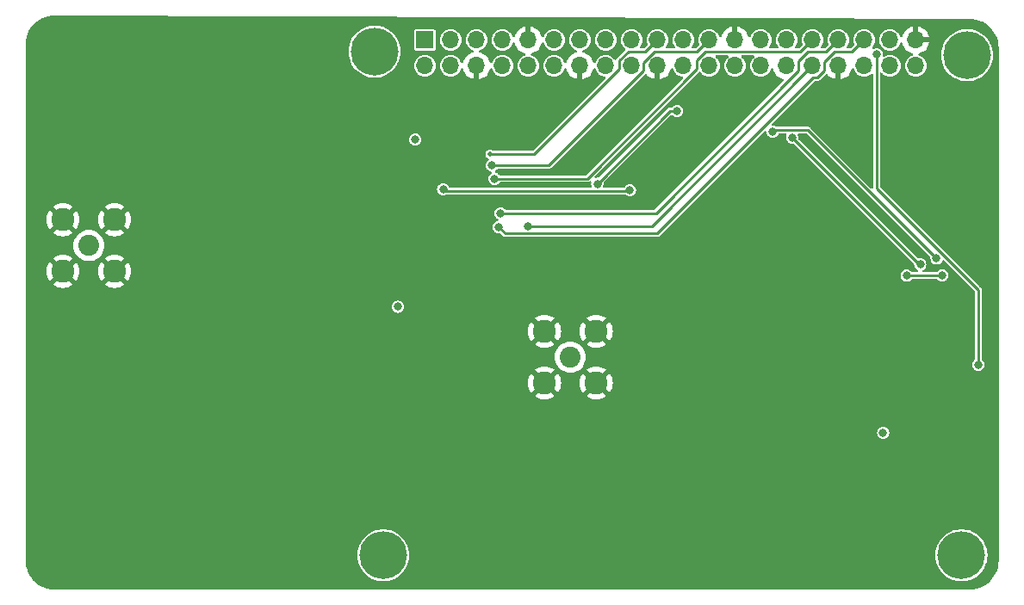
<source format=gbl>
%TF.GenerationSoftware,KiCad,Pcbnew,7.0.8*%
%TF.CreationDate,2024-02-17T17:20:01-08:00*%
%TF.ProjectId,Groundstation_Hat,47726f75-6e64-4737-9461-74696f6e5f48,rev?*%
%TF.SameCoordinates,Original*%
%TF.FileFunction,Copper,L4,Bot*%
%TF.FilePolarity,Positive*%
%FSLAX46Y46*%
G04 Gerber Fmt 4.6, Leading zero omitted, Abs format (unit mm)*
G04 Created by KiCad (PCBNEW 7.0.8) date 2024-02-17 17:20:01*
%MOMM*%
%LPD*%
G01*
G04 APERTURE LIST*
%TA.AperFunction,ComponentPad*%
%ADD10R,1.700000X1.700000*%
%TD*%
%TA.AperFunction,ComponentPad*%
%ADD11O,1.700000X1.700000*%
%TD*%
%TA.AperFunction,ComponentPad*%
%ADD12C,2.050000*%
%TD*%
%TA.AperFunction,ComponentPad*%
%ADD13C,2.250000*%
%TD*%
%TA.AperFunction,ComponentPad*%
%ADD14C,4.700000*%
%TD*%
%TA.AperFunction,ViaPad*%
%ADD15C,0.800000*%
%TD*%
%TA.AperFunction,ViaPad*%
%ADD16C,0.500000*%
%TD*%
%TA.AperFunction,Conductor*%
%ADD17C,0.250000*%
%TD*%
G04 APERTURE END LIST*
D10*
X173150000Y-78950000D03*
D11*
X173150000Y-81490000D03*
X175690000Y-78950000D03*
X175690000Y-81490000D03*
X178230000Y-78950000D03*
X178230000Y-81490000D03*
X180770000Y-78950000D03*
X180770000Y-81490000D03*
X183310000Y-78950000D03*
X183310000Y-81490000D03*
X185850000Y-78950000D03*
X185850000Y-81490000D03*
X188390000Y-78950000D03*
X188390000Y-81490000D03*
X190930000Y-78950000D03*
X190930000Y-81490000D03*
X193470000Y-78950000D03*
X193470000Y-81490000D03*
X196010000Y-78950000D03*
X196010000Y-81490000D03*
X198550000Y-78950000D03*
X198550000Y-81490000D03*
X201090000Y-78950000D03*
X201090000Y-81490000D03*
X203630000Y-78950000D03*
X203630000Y-81490000D03*
X206170000Y-78950000D03*
X206170000Y-81490000D03*
X208710000Y-78950000D03*
X208710000Y-81490000D03*
X211250000Y-78950000D03*
X211250000Y-81490000D03*
X213790000Y-78950000D03*
X213790000Y-81490000D03*
X216330000Y-78950000D03*
X216330000Y-81490000D03*
X218870000Y-78950000D03*
X218870000Y-81490000D03*
X221410000Y-78950000D03*
X221410000Y-81490000D03*
D12*
X140110000Y-99180000D03*
D13*
X142650000Y-101720000D03*
X142650000Y-96640000D03*
X137570000Y-101720000D03*
X137570000Y-96640000D03*
D14*
X225900000Y-129650000D03*
X226450000Y-80450000D03*
D12*
X187450000Y-110150000D03*
D13*
X189990000Y-112690000D03*
X189990000Y-107610000D03*
X184910000Y-112690000D03*
X184910000Y-107610000D03*
D14*
X169050000Y-129650000D03*
X168200000Y-80100000D03*
D15*
X172200000Y-88750000D03*
X218200000Y-117600000D03*
X170500000Y-105200000D03*
X225850000Y-97750000D03*
X207880000Y-96260000D03*
X203350000Y-110450000D03*
X149350000Y-99600000D03*
X223950000Y-77800000D03*
X177700000Y-84300000D03*
X198960000Y-90010000D03*
X175250000Y-84950000D03*
X155100000Y-99500000D03*
X221450000Y-92040000D03*
X205400000Y-106700000D03*
X156950000Y-95750000D03*
X152200000Y-99600000D03*
X197450000Y-110350000D03*
X156900000Y-93800000D03*
X157050000Y-97950000D03*
X188650000Y-89970000D03*
X200150000Y-110450000D03*
X174500000Y-89250000D03*
X188450000Y-83650000D03*
X205400000Y-109050000D03*
X205350000Y-104700000D03*
X214340000Y-86340000D03*
X221750000Y-121025000D03*
X181780000Y-86030000D03*
X187520000Y-103350000D03*
X142390000Y-93120000D03*
X177950000Y-109000000D03*
X174350000Y-109100000D03*
X177950000Y-86450000D03*
X225900000Y-120750000D03*
X228200000Y-84560000D03*
X227550000Y-110900000D03*
X217550000Y-80350000D03*
X174950000Y-93650000D03*
X193300000Y-93750000D03*
X220505109Y-102144891D03*
D16*
X179550000Y-90200000D03*
D15*
X224000000Y-102100000D03*
X223450000Y-100450000D03*
X207350000Y-88000000D03*
X190100000Y-93100000D03*
X197950000Y-85950000D03*
X221850000Y-101050000D03*
X179750000Y-91300000D03*
X209250000Y-88550000D03*
X180000000Y-92600000D03*
X180400000Y-97350000D03*
X180600000Y-96000000D03*
X183300000Y-97250000D03*
D17*
X217550000Y-80350000D02*
X217550000Y-93524695D01*
X227550000Y-103524695D02*
X227550000Y-110900000D01*
X217550000Y-93524695D02*
X227550000Y-103524695D01*
X193225000Y-93825000D02*
X193300000Y-93750000D01*
X175125000Y-93825000D02*
X193225000Y-93825000D01*
X174950000Y-93650000D02*
X175125000Y-93825000D01*
X194835000Y-80125000D02*
X196010000Y-78950000D01*
X192295000Y-80980000D02*
X193150000Y-80125000D01*
X223955109Y-102144891D02*
X224000000Y-102100000D01*
X193150000Y-80125000D02*
X194835000Y-80125000D01*
X192295000Y-81786701D02*
X192295000Y-80980000D01*
X179550000Y-90200000D02*
X183881701Y-90200000D01*
X183881701Y-90200000D02*
X192295000Y-81786701D01*
X220505109Y-102144891D02*
X223955109Y-102144891D01*
X210825000Y-87825000D02*
X223450000Y-100450000D01*
X207525000Y-87825000D02*
X210825000Y-87825000D01*
X207350000Y-88000000D02*
X207525000Y-87825000D01*
X190100000Y-93100000D02*
X197250000Y-85950000D01*
X197250000Y-85950000D02*
X197950000Y-85950000D01*
X209250000Y-88550000D02*
X221750000Y-101050000D01*
X194650000Y-81175000D02*
X195700000Y-80125000D01*
X199915000Y-80125000D02*
X201090000Y-78950000D01*
X179750000Y-91300000D02*
X185321701Y-91300000D01*
X195700000Y-80125000D02*
X199915000Y-80125000D01*
X185321701Y-91300000D02*
X194650000Y-81971701D01*
X221750000Y-101050000D02*
X221850000Y-101050000D01*
X194650000Y-81971701D02*
X194650000Y-81175000D01*
X189101701Y-92600000D02*
X199915000Y-81786701D01*
X199915000Y-80935000D02*
X200725000Y-80125000D01*
X200725000Y-80125000D02*
X210075000Y-80125000D01*
X210075000Y-80125000D02*
X211250000Y-78950000D01*
X199915000Y-81786701D02*
X199915000Y-80935000D01*
X180000000Y-92600000D02*
X189101701Y-92600000D01*
X212425000Y-81125000D02*
X213425000Y-80125000D01*
X180400000Y-97350000D02*
X181050000Y-98000000D01*
X215155000Y-80125000D02*
X216330000Y-78950000D01*
X213425000Y-80125000D02*
X215155000Y-80125000D01*
X196000000Y-98000000D02*
X211335000Y-82665000D01*
X212425000Y-81976701D02*
X212425000Y-81125000D01*
X181050000Y-98000000D02*
X196000000Y-98000000D01*
X211736701Y-82665000D02*
X212425000Y-81976701D01*
X211335000Y-82665000D02*
X211736701Y-82665000D01*
X180600000Y-96000000D02*
X195861701Y-96000000D01*
X210763299Y-80125000D02*
X212615000Y-80125000D01*
X195861701Y-96000000D02*
X209888604Y-81973097D01*
X209888604Y-81973097D02*
X209888604Y-80999695D01*
X209888604Y-80999695D02*
X210763299Y-80125000D01*
X212615000Y-80125000D02*
X213790000Y-78950000D01*
X183300000Y-97250000D02*
X195490000Y-97250000D01*
X195490000Y-97250000D02*
X211250000Y-81490000D01*
%TA.AperFunction,Conductor*%
G36*
X215264745Y-81749454D02*
G01*
X215318623Y-81793939D01*
X215334593Y-81827447D01*
X215354768Y-81893954D01*
X215452315Y-82076450D01*
X215463227Y-82089746D01*
X215583589Y-82236410D01*
X215642178Y-82284492D01*
X215743550Y-82367685D01*
X215926046Y-82465232D01*
X216124066Y-82525300D01*
X216124065Y-82525300D01*
X216142529Y-82527118D01*
X216330000Y-82545583D01*
X216535934Y-82525300D01*
X216733954Y-82465232D01*
X216916450Y-82367685D01*
X217021835Y-82281197D01*
X217086145Y-82253885D01*
X217155013Y-82265676D01*
X217206573Y-82312828D01*
X217224500Y-82377051D01*
X217224500Y-93464812D01*
X217204815Y-93531851D01*
X217152011Y-93577606D01*
X217082853Y-93587550D01*
X217019297Y-93558525D01*
X217012819Y-93552493D01*
X214046553Y-90586227D01*
X211067119Y-87606793D01*
X211063474Y-87602814D01*
X211037456Y-87571807D01*
X211037455Y-87571806D01*
X211026058Y-87565226D01*
X211002392Y-87551561D01*
X210997831Y-87548655D01*
X210984687Y-87539452D01*
X210964684Y-87525446D01*
X210964681Y-87525445D01*
X210959861Y-87523197D01*
X210943055Y-87516235D01*
X210938043Y-87514411D01*
X210898190Y-87507383D01*
X210892910Y-87506212D01*
X210853808Y-87495735D01*
X210818892Y-87498790D01*
X210813481Y-87499264D01*
X210808078Y-87499500D01*
X207726257Y-87499500D01*
X207659218Y-87479815D01*
X207653900Y-87476075D01*
X207652836Y-87475461D01*
X207506765Y-87414957D01*
X207506763Y-87414956D01*
X207506762Y-87414956D01*
X207477846Y-87411149D01*
X207348341Y-87394099D01*
X207284445Y-87365832D01*
X207245974Y-87307508D01*
X207245143Y-87237643D01*
X207276844Y-87183480D01*
X211433507Y-83026819D01*
X211494830Y-82993334D01*
X211521188Y-82990500D01*
X211719779Y-82990500D01*
X211725182Y-82990735D01*
X211765508Y-82994264D01*
X211804641Y-82983777D01*
X211809863Y-82982619D01*
X211849746Y-82975588D01*
X211849751Y-82975584D01*
X211854800Y-82973747D01*
X211871525Y-82966819D01*
X211876382Y-82964554D01*
X211876385Y-82964554D01*
X211909542Y-82941335D01*
X211914091Y-82938438D01*
X211949156Y-82918194D01*
X211975182Y-82887176D01*
X211978823Y-82883202D01*
X212544050Y-82317975D01*
X212605371Y-82284492D01*
X212675063Y-82289476D01*
X212730996Y-82331348D01*
X212733303Y-82334534D01*
X212751884Y-82361070D01*
X212751893Y-82361081D01*
X212918917Y-82528105D01*
X213112421Y-82663600D01*
X213326507Y-82763429D01*
X213326516Y-82763433D01*
X213540000Y-82820634D01*
X213540000Y-81925501D01*
X213647685Y-81974680D01*
X213754237Y-81990000D01*
X213825763Y-81990000D01*
X213932315Y-81974680D01*
X214040000Y-81925501D01*
X214040000Y-82820633D01*
X214253483Y-82763433D01*
X214253492Y-82763429D01*
X214467578Y-82663600D01*
X214661082Y-82528105D01*
X214828105Y-82361082D01*
X214963600Y-82167578D01*
X215063429Y-81953492D01*
X215063433Y-81953483D01*
X215096158Y-81831350D01*
X215132522Y-81771690D01*
X215195369Y-81741160D01*
X215264745Y-81749454D01*
G37*
%TD.AperFunction*%
%TA.AperFunction,Conductor*%
G36*
X197484745Y-81749454D02*
G01*
X197538623Y-81793939D01*
X197554593Y-81827447D01*
X197574768Y-81893954D01*
X197672315Y-82076450D01*
X197683227Y-82089746D01*
X197803589Y-82236410D01*
X197862178Y-82284492D01*
X197963550Y-82367685D01*
X198146046Y-82465232D01*
X198344066Y-82525300D01*
X198344065Y-82525300D01*
X198353355Y-82526214D01*
X198421807Y-82532956D01*
X198486592Y-82559116D01*
X198526952Y-82616150D01*
X198530069Y-82685950D01*
X198497333Y-82744040D01*
X189003194Y-92238181D01*
X188941871Y-92271666D01*
X188915513Y-92274500D01*
X180568299Y-92274500D01*
X180501260Y-92254815D01*
X180469923Y-92225986D01*
X180428283Y-92171719D01*
X180343740Y-92106847D01*
X180302841Y-92075464D01*
X180156762Y-92014956D01*
X180156756Y-92014954D01*
X180153037Y-92014465D01*
X180150132Y-92013180D01*
X180148912Y-92012853D01*
X180148963Y-92012662D01*
X180089142Y-91986196D01*
X180050673Y-91927870D01*
X180049845Y-91858005D01*
X180086920Y-91798783D01*
X180093730Y-91793160D01*
X180178282Y-91728282D01*
X180219923Y-91674013D01*
X180276351Y-91632811D01*
X180318299Y-91625500D01*
X185304779Y-91625500D01*
X185310182Y-91625735D01*
X185350508Y-91629264D01*
X185389641Y-91618777D01*
X185394863Y-91617619D01*
X185434746Y-91610588D01*
X185434751Y-91610584D01*
X185439800Y-91608747D01*
X185456525Y-91601819D01*
X185461382Y-91599554D01*
X185461385Y-91599554D01*
X185494542Y-91576335D01*
X185499091Y-91573438D01*
X185534156Y-91553194D01*
X185560182Y-91522176D01*
X185563823Y-91518202D01*
X194764051Y-82317974D01*
X194825370Y-82284492D01*
X194895062Y-82289476D01*
X194950995Y-82331348D01*
X194953301Y-82334532D01*
X194971886Y-82361072D01*
X194971893Y-82361081D01*
X195138917Y-82528105D01*
X195332421Y-82663600D01*
X195546507Y-82763429D01*
X195546516Y-82763433D01*
X195760000Y-82820634D01*
X195760000Y-81925501D01*
X195867685Y-81974680D01*
X195974237Y-81990000D01*
X196045763Y-81990000D01*
X196152315Y-81974680D01*
X196260000Y-81925501D01*
X196260000Y-82820634D01*
X196473483Y-82763433D01*
X196473492Y-82763429D01*
X196687578Y-82663600D01*
X196881082Y-82528105D01*
X197048105Y-82361082D01*
X197183600Y-82167578D01*
X197283429Y-81953492D01*
X197283433Y-81953483D01*
X197316158Y-81831350D01*
X197352522Y-81771690D01*
X197415369Y-81741160D01*
X197484745Y-81749454D01*
G37*
%TD.AperFunction*%
%TA.AperFunction,Conductor*%
G36*
X226697334Y-76900280D02*
G01*
X226699516Y-76900501D01*
X226710118Y-76900501D01*
X226748269Y-76900501D01*
X226751746Y-76900599D01*
X226907662Y-76909354D01*
X227059974Y-76917909D01*
X227066869Y-76918685D01*
X227268395Y-76952926D01*
X227369509Y-76970106D01*
X227376293Y-76971654D01*
X227665983Y-77055113D01*
X227671270Y-77056636D01*
X227677837Y-77058935D01*
X227819636Y-77117669D01*
X227961448Y-77176409D01*
X227967697Y-77179419D01*
X228236388Y-77327919D01*
X228242250Y-77331602D01*
X228492625Y-77509253D01*
X228498051Y-77513580D01*
X228726951Y-77718139D01*
X228731871Y-77723059D01*
X228936420Y-77951948D01*
X228940749Y-77957377D01*
X229118387Y-78207735D01*
X229122089Y-78213627D01*
X229197797Y-78350610D01*
X229269817Y-78480921D01*
X229270577Y-78482295D01*
X229273594Y-78488560D01*
X229288708Y-78525048D01*
X229391066Y-78772165D01*
X229393365Y-78778732D01*
X229478345Y-79073706D01*
X229479893Y-79080489D01*
X229531312Y-79383119D01*
X229532091Y-79390034D01*
X229549402Y-79698289D01*
X229549500Y-79701766D01*
X229549500Y-130198259D01*
X229549402Y-130201736D01*
X229532092Y-130509967D01*
X229531313Y-130516881D01*
X229479894Y-130819510D01*
X229478346Y-130826294D01*
X229393364Y-131121271D01*
X229391065Y-131127838D01*
X229273596Y-131411437D01*
X229270577Y-131417706D01*
X229122089Y-131686373D01*
X229118387Y-131692265D01*
X228940753Y-131942617D01*
X228936415Y-131948057D01*
X228731866Y-132176947D01*
X228726946Y-132181868D01*
X228498055Y-132386416D01*
X228492615Y-132390754D01*
X228242267Y-132568387D01*
X228236375Y-132572089D01*
X227967705Y-132720577D01*
X227961436Y-132723596D01*
X227677837Y-132841065D01*
X227671270Y-132843364D01*
X227376293Y-132928346D01*
X227369509Y-132929894D01*
X227066880Y-132981313D01*
X227059966Y-132982092D01*
X226751735Y-132999402D01*
X226748258Y-132999500D01*
X136701742Y-132999500D01*
X136698265Y-132999402D01*
X136390032Y-132982092D01*
X136383118Y-132981313D01*
X136080490Y-132929894D01*
X136073706Y-132928346D01*
X135778729Y-132843364D01*
X135772162Y-132841066D01*
X135592557Y-132766672D01*
X135488558Y-132723594D01*
X135482293Y-132720577D01*
X135213626Y-132572089D01*
X135207734Y-132568387D01*
X134957376Y-132390749D01*
X134951947Y-132386420D01*
X134743904Y-132200500D01*
X134723053Y-132181866D01*
X134718133Y-132176946D01*
X134631912Y-132080466D01*
X134513578Y-131948050D01*
X134509250Y-131942623D01*
X134331612Y-131692265D01*
X134327910Y-131686373D01*
X134285299Y-131609275D01*
X134179418Y-131417697D01*
X134176408Y-131411449D01*
X134058932Y-131127834D01*
X134056635Y-131121270D01*
X133971653Y-130826293D01*
X133970105Y-130819509D01*
X133950030Y-130701356D01*
X133918684Y-130516869D01*
X133917908Y-130509976D01*
X133900597Y-130201736D01*
X133900500Y-130198278D01*
X133900730Y-129650005D01*
X166494457Y-129650005D01*
X166514606Y-129970283D01*
X166514607Y-129970290D01*
X166514608Y-129970294D01*
X166562727Y-130222545D01*
X166574745Y-130285542D01*
X166673916Y-130590759D01*
X166673918Y-130590764D01*
X166810558Y-130881138D01*
X166810562Y-130881144D01*
X166982520Y-131152108D01*
X166982522Y-131152111D01*
X167187087Y-131399388D01*
X167421034Y-131619078D01*
X167421044Y-131619086D01*
X167680660Y-131807708D01*
X167680666Y-131807711D01*
X167680672Y-131807716D01*
X167961903Y-131962324D01*
X168260294Y-132080466D01*
X168260293Y-132080466D01*
X168571135Y-132160276D01*
X168571139Y-132160277D01*
X168637935Y-132168715D01*
X168889524Y-132200499D01*
X168889533Y-132200499D01*
X168889536Y-132200500D01*
X168889538Y-132200500D01*
X169210462Y-132200500D01*
X169210464Y-132200500D01*
X169210467Y-132200499D01*
X169210475Y-132200499D01*
X169400463Y-132176497D01*
X169528861Y-132160277D01*
X169839706Y-132080466D01*
X170138097Y-131962324D01*
X170419328Y-131807716D01*
X170678964Y-131619080D01*
X170912911Y-131399390D01*
X171117478Y-131152110D01*
X171289439Y-130881142D01*
X171426084Y-130590758D01*
X171525256Y-130285538D01*
X171585392Y-129970294D01*
X171605543Y-129650005D01*
X223344457Y-129650005D01*
X223364606Y-129970283D01*
X223364607Y-129970290D01*
X223364608Y-129970294D01*
X223412727Y-130222545D01*
X223424745Y-130285542D01*
X223523916Y-130590759D01*
X223523918Y-130590764D01*
X223660558Y-130881138D01*
X223660562Y-130881144D01*
X223832520Y-131152108D01*
X223832522Y-131152111D01*
X224037087Y-131399388D01*
X224271034Y-131619078D01*
X224271044Y-131619086D01*
X224530660Y-131807708D01*
X224530666Y-131807711D01*
X224530672Y-131807716D01*
X224811903Y-131962324D01*
X225110294Y-132080466D01*
X225110293Y-132080466D01*
X225421135Y-132160276D01*
X225421139Y-132160277D01*
X225487935Y-132168715D01*
X225739524Y-132200499D01*
X225739533Y-132200499D01*
X225739536Y-132200500D01*
X225739538Y-132200500D01*
X226060462Y-132200500D01*
X226060464Y-132200500D01*
X226060467Y-132200499D01*
X226060475Y-132200499D01*
X226250463Y-132176497D01*
X226378861Y-132160277D01*
X226689706Y-132080466D01*
X226988097Y-131962324D01*
X227269328Y-131807716D01*
X227528964Y-131619080D01*
X227762911Y-131399390D01*
X227967478Y-131152110D01*
X228139439Y-130881142D01*
X228276084Y-130590758D01*
X228375256Y-130285538D01*
X228435392Y-129970294D01*
X228455543Y-129650000D01*
X228435392Y-129329706D01*
X228375256Y-129014462D01*
X228276084Y-128709242D01*
X228276081Y-128709235D01*
X228139441Y-128418861D01*
X228139437Y-128418855D01*
X227967479Y-128147891D01*
X227967477Y-128147888D01*
X227762912Y-127900611D01*
X227528965Y-127680921D01*
X227528955Y-127680913D01*
X227269339Y-127492291D01*
X227269321Y-127492280D01*
X226988096Y-127337675D01*
X226988093Y-127337674D01*
X226689703Y-127219533D01*
X226689706Y-127219533D01*
X226378864Y-127139723D01*
X226378851Y-127139721D01*
X226060475Y-127099500D01*
X226060464Y-127099500D01*
X225739536Y-127099500D01*
X225739524Y-127099500D01*
X225421148Y-127139721D01*
X225421135Y-127139723D01*
X225110294Y-127219533D01*
X224811906Y-127337674D01*
X224811903Y-127337675D01*
X224530678Y-127492280D01*
X224530660Y-127492291D01*
X224271044Y-127680913D01*
X224271034Y-127680921D01*
X224037087Y-127900611D01*
X223832522Y-128147888D01*
X223832520Y-128147891D01*
X223660562Y-128418855D01*
X223660558Y-128418861D01*
X223523918Y-128709235D01*
X223523916Y-128709240D01*
X223424745Y-129014457D01*
X223364607Y-129329709D01*
X223364606Y-129329716D01*
X223344457Y-129649994D01*
X223344457Y-129650005D01*
X171605543Y-129650005D01*
X171605543Y-129650000D01*
X171585392Y-129329706D01*
X171525256Y-129014462D01*
X171426084Y-128709242D01*
X171426081Y-128709235D01*
X171289441Y-128418861D01*
X171289437Y-128418855D01*
X171117479Y-128147891D01*
X171117477Y-128147888D01*
X170912912Y-127900611D01*
X170678965Y-127680921D01*
X170678955Y-127680913D01*
X170419339Y-127492291D01*
X170419321Y-127492280D01*
X170138096Y-127337675D01*
X170138093Y-127337674D01*
X169839703Y-127219533D01*
X169839706Y-127219533D01*
X169528864Y-127139723D01*
X169528851Y-127139721D01*
X169210475Y-127099500D01*
X169210464Y-127099500D01*
X168889536Y-127099500D01*
X168889524Y-127099500D01*
X168571148Y-127139721D01*
X168571135Y-127139723D01*
X168260294Y-127219533D01*
X167961906Y-127337674D01*
X167961903Y-127337675D01*
X167680678Y-127492280D01*
X167680660Y-127492291D01*
X167421044Y-127680913D01*
X167421034Y-127680921D01*
X167187087Y-127900611D01*
X166982522Y-128147888D01*
X166982520Y-128147891D01*
X166810562Y-128418855D01*
X166810558Y-128418861D01*
X166673918Y-128709235D01*
X166673916Y-128709240D01*
X166574745Y-129014457D01*
X166514607Y-129329709D01*
X166514606Y-129329716D01*
X166494457Y-129649994D01*
X166494457Y-129650005D01*
X133900730Y-129650005D01*
X133905779Y-117600001D01*
X217594318Y-117600001D01*
X217614955Y-117756760D01*
X217614956Y-117756762D01*
X217675464Y-117902841D01*
X217771718Y-118028282D01*
X217897159Y-118124536D01*
X218043238Y-118185044D01*
X218121619Y-118195363D01*
X218199999Y-118205682D01*
X218200000Y-118205682D01*
X218200001Y-118205682D01*
X218252254Y-118198802D01*
X218356762Y-118185044D01*
X218502841Y-118124536D01*
X218628282Y-118028282D01*
X218724536Y-117902841D01*
X218785044Y-117756762D01*
X218805682Y-117600000D01*
X218785044Y-117443238D01*
X218724536Y-117297159D01*
X218628282Y-117171718D01*
X218502841Y-117075464D01*
X218356762Y-117014956D01*
X218356760Y-117014955D01*
X218200001Y-116994318D01*
X218199999Y-116994318D01*
X218043239Y-117014955D01*
X218043237Y-117014956D01*
X217897160Y-117075463D01*
X217771718Y-117171718D01*
X217675463Y-117297160D01*
X217614956Y-117443237D01*
X217614955Y-117443239D01*
X217594318Y-117599998D01*
X217594318Y-117600001D01*
X133905779Y-117600001D01*
X133907836Y-112690000D01*
X183279975Y-112690000D01*
X183300042Y-112944989D01*
X183359752Y-113193702D01*
X183457634Y-113430012D01*
X183457636Y-113430015D01*
X183591275Y-113648095D01*
X183591286Y-113648110D01*
X183594533Y-113651911D01*
X183594535Y-113651911D01*
X184158766Y-113087679D01*
X184202316Y-113169822D01*
X184322009Y-113310735D01*
X184469195Y-113422623D01*
X184511402Y-113442150D01*
X183948087Y-114005464D01*
X183948087Y-114005465D01*
X183951888Y-114008712D01*
X183951898Y-114008719D01*
X184169984Y-114142363D01*
X184169987Y-114142365D01*
X184406297Y-114240247D01*
X184655011Y-114299957D01*
X184655010Y-114299957D01*
X184910000Y-114320024D01*
X185164989Y-114299957D01*
X185413702Y-114240247D01*
X185650012Y-114142365D01*
X185650015Y-114142363D01*
X185868103Y-114008719D01*
X185871912Y-114005464D01*
X185308609Y-113442161D01*
X185427431Y-113370669D01*
X185561658Y-113243523D01*
X185664861Y-113091309D01*
X186225464Y-113651912D01*
X186228719Y-113648103D01*
X186362363Y-113430015D01*
X186362365Y-113430012D01*
X186460247Y-113193702D01*
X186519957Y-112944989D01*
X186540024Y-112690000D01*
X188359975Y-112690000D01*
X188380042Y-112944989D01*
X188439752Y-113193702D01*
X188537634Y-113430012D01*
X188537636Y-113430015D01*
X188671275Y-113648095D01*
X188671286Y-113648110D01*
X188674533Y-113651911D01*
X188674535Y-113651911D01*
X189238766Y-113087679D01*
X189282316Y-113169822D01*
X189402009Y-113310735D01*
X189549195Y-113422623D01*
X189591402Y-113442150D01*
X189028087Y-114005464D01*
X189028087Y-114005465D01*
X189031888Y-114008712D01*
X189031898Y-114008719D01*
X189249984Y-114142363D01*
X189249987Y-114142365D01*
X189486297Y-114240247D01*
X189735011Y-114299957D01*
X189735010Y-114299957D01*
X189990000Y-114320024D01*
X190244989Y-114299957D01*
X190493702Y-114240247D01*
X190730012Y-114142365D01*
X190730015Y-114142363D01*
X190948103Y-114008719D01*
X190951912Y-114005464D01*
X190388609Y-113442161D01*
X190507431Y-113370669D01*
X190641658Y-113243523D01*
X190744861Y-113091309D01*
X191305464Y-113651912D01*
X191308719Y-113648103D01*
X191442363Y-113430015D01*
X191442365Y-113430012D01*
X191540247Y-113193702D01*
X191599957Y-112944989D01*
X191620024Y-112690000D01*
X191599957Y-112435010D01*
X191540247Y-112186297D01*
X191442365Y-111949987D01*
X191442363Y-111949984D01*
X191308719Y-111731898D01*
X191308712Y-111731888D01*
X191305465Y-111728087D01*
X191305464Y-111728087D01*
X190741232Y-112292319D01*
X190697684Y-112210178D01*
X190577991Y-112069265D01*
X190430805Y-111957377D01*
X190388597Y-111937849D01*
X190951911Y-111374535D01*
X190951911Y-111374533D01*
X190948110Y-111371286D01*
X190948095Y-111371275D01*
X190730015Y-111237636D01*
X190730012Y-111237634D01*
X190493702Y-111139752D01*
X190244988Y-111080042D01*
X190244989Y-111080042D01*
X189990000Y-111059975D01*
X189735010Y-111080042D01*
X189486297Y-111139752D01*
X189249987Y-111237634D01*
X189249984Y-111237636D01*
X189031897Y-111371280D01*
X189028087Y-111374534D01*
X189591390Y-111937837D01*
X189472569Y-112009331D01*
X189338342Y-112136477D01*
X189235138Y-112288691D01*
X188674534Y-111728087D01*
X188671280Y-111731897D01*
X188537636Y-111949984D01*
X188537634Y-111949987D01*
X188439752Y-112186297D01*
X188380042Y-112435010D01*
X188359975Y-112690000D01*
X186540024Y-112690000D01*
X186519957Y-112435010D01*
X186460247Y-112186297D01*
X186362365Y-111949987D01*
X186362363Y-111949984D01*
X186228719Y-111731898D01*
X186228712Y-111731888D01*
X186225465Y-111728087D01*
X186225464Y-111728087D01*
X185661232Y-112292319D01*
X185617684Y-112210178D01*
X185497991Y-112069265D01*
X185350805Y-111957377D01*
X185308597Y-111937849D01*
X185871911Y-111374535D01*
X185871911Y-111374533D01*
X185868110Y-111371286D01*
X185868095Y-111371275D01*
X185650015Y-111237636D01*
X185650012Y-111237634D01*
X185413702Y-111139752D01*
X185164988Y-111080042D01*
X185164989Y-111080042D01*
X184910000Y-111059975D01*
X184655010Y-111080042D01*
X184406297Y-111139752D01*
X184169987Y-111237634D01*
X184169984Y-111237636D01*
X183951897Y-111371280D01*
X183948087Y-111374534D01*
X184511390Y-111937837D01*
X184392569Y-112009331D01*
X184258342Y-112136477D01*
X184155138Y-112288691D01*
X183594534Y-111728087D01*
X183591280Y-111731897D01*
X183457636Y-111949984D01*
X183457634Y-111949987D01*
X183359752Y-112186297D01*
X183300042Y-112435010D01*
X183279975Y-112690000D01*
X133907836Y-112690000D01*
X133908900Y-110150000D01*
X185919783Y-110150000D01*
X185938623Y-110389382D01*
X185994674Y-110622853D01*
X185994678Y-110622865D01*
X186086565Y-110844702D01*
X186212026Y-111049436D01*
X186212028Y-111049439D01*
X186367973Y-111232027D01*
X186550561Y-111387972D01*
X186550563Y-111387973D01*
X186755297Y-111513434D01*
X186852047Y-111553508D01*
X186977137Y-111605323D01*
X187210621Y-111661377D01*
X187450000Y-111680217D01*
X187689379Y-111661377D01*
X187922863Y-111605323D01*
X188144704Y-111513433D01*
X188349439Y-111387972D01*
X188532027Y-111232027D01*
X188687972Y-111049439D01*
X188813433Y-110844704D01*
X188905323Y-110622863D01*
X188961377Y-110389379D01*
X188980217Y-110150000D01*
X188961377Y-109910621D01*
X188905323Y-109677137D01*
X188853508Y-109552047D01*
X188813434Y-109455297D01*
X188687973Y-109250563D01*
X188687972Y-109250561D01*
X188532027Y-109067973D01*
X188349439Y-108912028D01*
X188349436Y-108912026D01*
X188144702Y-108786565D01*
X187922865Y-108694678D01*
X187922867Y-108694678D01*
X187922863Y-108694677D01*
X187922859Y-108694676D01*
X187922853Y-108694674D01*
X187689382Y-108638623D01*
X187450000Y-108619783D01*
X187210617Y-108638623D01*
X186977146Y-108694674D01*
X186977134Y-108694678D01*
X186755297Y-108786565D01*
X186550563Y-108912026D01*
X186367973Y-109067973D01*
X186212026Y-109250563D01*
X186086565Y-109455297D01*
X185994678Y-109677134D01*
X185994674Y-109677146D01*
X185938623Y-109910617D01*
X185919783Y-110150000D01*
X133908900Y-110150000D01*
X133909964Y-107610000D01*
X183279975Y-107610000D01*
X183300042Y-107864989D01*
X183359752Y-108113702D01*
X183457634Y-108350012D01*
X183457636Y-108350015D01*
X183591275Y-108568095D01*
X183591286Y-108568110D01*
X183594533Y-108571911D01*
X183594535Y-108571911D01*
X184158766Y-108007679D01*
X184202316Y-108089822D01*
X184322009Y-108230735D01*
X184469195Y-108342623D01*
X184511402Y-108362150D01*
X183948087Y-108925464D01*
X183948087Y-108925465D01*
X183951888Y-108928712D01*
X183951898Y-108928719D01*
X184169984Y-109062363D01*
X184169987Y-109062365D01*
X184406297Y-109160247D01*
X184655011Y-109219957D01*
X184655010Y-109219957D01*
X184910000Y-109240024D01*
X185164989Y-109219957D01*
X185413702Y-109160247D01*
X185650012Y-109062365D01*
X185650015Y-109062363D01*
X185868103Y-108928719D01*
X185871912Y-108925464D01*
X185308609Y-108362161D01*
X185427431Y-108290669D01*
X185561658Y-108163523D01*
X185664861Y-108011309D01*
X186225464Y-108571912D01*
X186228719Y-108568103D01*
X186362363Y-108350015D01*
X186362365Y-108350012D01*
X186460247Y-108113702D01*
X186519957Y-107864989D01*
X186540024Y-107610000D01*
X188359975Y-107610000D01*
X188380042Y-107864989D01*
X188439752Y-108113702D01*
X188537634Y-108350012D01*
X188537636Y-108350015D01*
X188671275Y-108568095D01*
X188671286Y-108568110D01*
X188674533Y-108571911D01*
X188674535Y-108571911D01*
X189238766Y-108007679D01*
X189282316Y-108089822D01*
X189402009Y-108230735D01*
X189549195Y-108342623D01*
X189591402Y-108362150D01*
X189028087Y-108925464D01*
X189028087Y-108925465D01*
X189031888Y-108928712D01*
X189031898Y-108928719D01*
X189249984Y-109062363D01*
X189249987Y-109062365D01*
X189486297Y-109160247D01*
X189735011Y-109219957D01*
X189735010Y-109219957D01*
X189990000Y-109240024D01*
X190244989Y-109219957D01*
X190493702Y-109160247D01*
X190730012Y-109062365D01*
X190730015Y-109062363D01*
X190948103Y-108928719D01*
X190951912Y-108925464D01*
X190388609Y-108362161D01*
X190507431Y-108290669D01*
X190641658Y-108163523D01*
X190744861Y-108011309D01*
X191305464Y-108571912D01*
X191308719Y-108568103D01*
X191442363Y-108350015D01*
X191442365Y-108350012D01*
X191540247Y-108113702D01*
X191599957Y-107864989D01*
X191620024Y-107610000D01*
X191599957Y-107355010D01*
X191540247Y-107106297D01*
X191442365Y-106869987D01*
X191442363Y-106869984D01*
X191308719Y-106651898D01*
X191308712Y-106651888D01*
X191305465Y-106648087D01*
X191305464Y-106648087D01*
X190741232Y-107212319D01*
X190697684Y-107130178D01*
X190577991Y-106989265D01*
X190430805Y-106877377D01*
X190388597Y-106857849D01*
X190951911Y-106294535D01*
X190951911Y-106294533D01*
X190948110Y-106291286D01*
X190948095Y-106291275D01*
X190730015Y-106157636D01*
X190730012Y-106157634D01*
X190493702Y-106059752D01*
X190244988Y-106000042D01*
X190244989Y-106000042D01*
X189990000Y-105979975D01*
X189735010Y-106000042D01*
X189486297Y-106059752D01*
X189249987Y-106157634D01*
X189249984Y-106157636D01*
X189031897Y-106291280D01*
X189028087Y-106294534D01*
X189591390Y-106857837D01*
X189472569Y-106929331D01*
X189338342Y-107056477D01*
X189235138Y-107208691D01*
X188674534Y-106648087D01*
X188671280Y-106651897D01*
X188537636Y-106869984D01*
X188537634Y-106869987D01*
X188439752Y-107106297D01*
X188380042Y-107355010D01*
X188359975Y-107610000D01*
X186540024Y-107610000D01*
X186519957Y-107355010D01*
X186460247Y-107106297D01*
X186362365Y-106869987D01*
X186362363Y-106869984D01*
X186228719Y-106651898D01*
X186228712Y-106651888D01*
X186225465Y-106648087D01*
X186225464Y-106648087D01*
X185661232Y-107212319D01*
X185617684Y-107130178D01*
X185497991Y-106989265D01*
X185350805Y-106877377D01*
X185308597Y-106857849D01*
X185871911Y-106294535D01*
X185871911Y-106294533D01*
X185868110Y-106291286D01*
X185868095Y-106291275D01*
X185650015Y-106157636D01*
X185650012Y-106157634D01*
X185413702Y-106059752D01*
X185164988Y-106000042D01*
X185164989Y-106000042D01*
X184910000Y-105979975D01*
X184655010Y-106000042D01*
X184406297Y-106059752D01*
X184169987Y-106157634D01*
X184169984Y-106157636D01*
X183951897Y-106291280D01*
X183948087Y-106294534D01*
X184511390Y-106857837D01*
X184392569Y-106929331D01*
X184258342Y-107056477D01*
X184155138Y-107208691D01*
X183594534Y-106648087D01*
X183591280Y-106651897D01*
X183457636Y-106869984D01*
X183457634Y-106869987D01*
X183359752Y-107106297D01*
X183300042Y-107355010D01*
X183279975Y-107610000D01*
X133909964Y-107610000D01*
X133910974Y-105200001D01*
X169894318Y-105200001D01*
X169914955Y-105356760D01*
X169914956Y-105356762D01*
X169975464Y-105502841D01*
X170071718Y-105628282D01*
X170197159Y-105724536D01*
X170343238Y-105785044D01*
X170421619Y-105795363D01*
X170499999Y-105805682D01*
X170500000Y-105805682D01*
X170500001Y-105805682D01*
X170552254Y-105798802D01*
X170656762Y-105785044D01*
X170802841Y-105724536D01*
X170928282Y-105628282D01*
X171024536Y-105502841D01*
X171085044Y-105356762D01*
X171105682Y-105200000D01*
X171085044Y-105043238D01*
X171024536Y-104897159D01*
X170928282Y-104771718D01*
X170802841Y-104675464D01*
X170656762Y-104614956D01*
X170656760Y-104614955D01*
X170500001Y-104594318D01*
X170499999Y-104594318D01*
X170343239Y-104614955D01*
X170343237Y-104614956D01*
X170197160Y-104675463D01*
X170071718Y-104771718D01*
X169975463Y-104897160D01*
X169914956Y-105043237D01*
X169914955Y-105043239D01*
X169894318Y-105199998D01*
X169894318Y-105200001D01*
X133910974Y-105200001D01*
X133912432Y-101720000D01*
X135939975Y-101720000D01*
X135960042Y-101974989D01*
X136019752Y-102223702D01*
X136117634Y-102460012D01*
X136117636Y-102460015D01*
X136251275Y-102678095D01*
X136251286Y-102678110D01*
X136254533Y-102681911D01*
X136254535Y-102681911D01*
X136818766Y-102117679D01*
X136862316Y-102199822D01*
X136982009Y-102340735D01*
X137129195Y-102452623D01*
X137171402Y-102472150D01*
X136608087Y-103035464D01*
X136608087Y-103035465D01*
X136611888Y-103038712D01*
X136611898Y-103038719D01*
X136829984Y-103172363D01*
X136829987Y-103172365D01*
X137066297Y-103270247D01*
X137315011Y-103329957D01*
X137315010Y-103329957D01*
X137570000Y-103350024D01*
X137824989Y-103329957D01*
X138073702Y-103270247D01*
X138310012Y-103172365D01*
X138310015Y-103172363D01*
X138528103Y-103038719D01*
X138531912Y-103035464D01*
X137968609Y-102472161D01*
X138087431Y-102400669D01*
X138221658Y-102273523D01*
X138324861Y-102121309D01*
X138885464Y-102681912D01*
X138888719Y-102678103D01*
X139022363Y-102460015D01*
X139022365Y-102460012D01*
X139120247Y-102223702D01*
X139179957Y-101974989D01*
X139200024Y-101720000D01*
X141019975Y-101720000D01*
X141040042Y-101974989D01*
X141099752Y-102223702D01*
X141197634Y-102460012D01*
X141197636Y-102460015D01*
X141331275Y-102678095D01*
X141331286Y-102678110D01*
X141334533Y-102681911D01*
X141334535Y-102681911D01*
X141898766Y-102117679D01*
X141942316Y-102199822D01*
X142062009Y-102340735D01*
X142209195Y-102452623D01*
X142251402Y-102472150D01*
X141688087Y-103035464D01*
X141688087Y-103035465D01*
X141691888Y-103038712D01*
X141691898Y-103038719D01*
X141909984Y-103172363D01*
X141909987Y-103172365D01*
X142146297Y-103270247D01*
X142395011Y-103329957D01*
X142395010Y-103329957D01*
X142650000Y-103350024D01*
X142904989Y-103329957D01*
X143153702Y-103270247D01*
X143390012Y-103172365D01*
X143390015Y-103172363D01*
X143608103Y-103038719D01*
X143611912Y-103035464D01*
X143048609Y-102472161D01*
X143167431Y-102400669D01*
X143301658Y-102273523D01*
X143404861Y-102121309D01*
X143965464Y-102681912D01*
X143968719Y-102678103D01*
X144102363Y-102460015D01*
X144102365Y-102460012D01*
X144200247Y-102223702D01*
X144259957Y-101974989D01*
X144280024Y-101720000D01*
X144259957Y-101465010D01*
X144200247Y-101216297D01*
X144102365Y-100979987D01*
X144102363Y-100979984D01*
X143968719Y-100761898D01*
X143968712Y-100761888D01*
X143965465Y-100758087D01*
X143965464Y-100758087D01*
X143401232Y-101322319D01*
X143357684Y-101240178D01*
X143237991Y-101099265D01*
X143090805Y-100987377D01*
X143048597Y-100967849D01*
X143611911Y-100404535D01*
X143611911Y-100404533D01*
X143608110Y-100401286D01*
X143608095Y-100401275D01*
X143390015Y-100267636D01*
X143390012Y-100267634D01*
X143153702Y-100169752D01*
X142904988Y-100110042D01*
X142904989Y-100110042D01*
X142650000Y-100089975D01*
X142395010Y-100110042D01*
X142146297Y-100169752D01*
X141909987Y-100267634D01*
X141909984Y-100267636D01*
X141691897Y-100401280D01*
X141688087Y-100404534D01*
X142251390Y-100967837D01*
X142132569Y-101039331D01*
X141998342Y-101166477D01*
X141895138Y-101318691D01*
X141334534Y-100758087D01*
X141331280Y-100761897D01*
X141197636Y-100979984D01*
X141197634Y-100979987D01*
X141099752Y-101216297D01*
X141040042Y-101465010D01*
X141019975Y-101720000D01*
X139200024Y-101720000D01*
X139179957Y-101465010D01*
X139120247Y-101216297D01*
X139022365Y-100979987D01*
X139022363Y-100979984D01*
X138888719Y-100761898D01*
X138888712Y-100761888D01*
X138885465Y-100758087D01*
X138885464Y-100758087D01*
X138321232Y-101322319D01*
X138277684Y-101240178D01*
X138157991Y-101099265D01*
X138010805Y-100987377D01*
X137968597Y-100967849D01*
X138531911Y-100404535D01*
X138531911Y-100404533D01*
X138528110Y-100401286D01*
X138528095Y-100401275D01*
X138310015Y-100267636D01*
X138310012Y-100267634D01*
X138073702Y-100169752D01*
X137824988Y-100110042D01*
X137824989Y-100110042D01*
X137570000Y-100089975D01*
X137315010Y-100110042D01*
X137066297Y-100169752D01*
X136829987Y-100267634D01*
X136829984Y-100267636D01*
X136611897Y-100401280D01*
X136608087Y-100404534D01*
X137171390Y-100967837D01*
X137052569Y-101039331D01*
X136918342Y-101166477D01*
X136815138Y-101318691D01*
X136254534Y-100758087D01*
X136251280Y-100761897D01*
X136117636Y-100979984D01*
X136117634Y-100979987D01*
X136019752Y-101216297D01*
X135960042Y-101465010D01*
X135939975Y-101720000D01*
X133912432Y-101720000D01*
X133913497Y-99180000D01*
X138579783Y-99180000D01*
X138598623Y-99419382D01*
X138654674Y-99652853D01*
X138654678Y-99652865D01*
X138746565Y-99874702D01*
X138872026Y-100079436D01*
X138872028Y-100079439D01*
X139027973Y-100262027D01*
X139210561Y-100417972D01*
X139210563Y-100417973D01*
X139415297Y-100543434D01*
X139512047Y-100583508D01*
X139637137Y-100635323D01*
X139870621Y-100691377D01*
X140110000Y-100710217D01*
X140349379Y-100691377D01*
X140582863Y-100635323D01*
X140804704Y-100543433D01*
X141009439Y-100417972D01*
X141192027Y-100262027D01*
X141347972Y-100079439D01*
X141473433Y-99874704D01*
X141565323Y-99652863D01*
X141621377Y-99419379D01*
X141640217Y-99180000D01*
X141621377Y-98940621D01*
X141565323Y-98707137D01*
X141513508Y-98582047D01*
X141473434Y-98485297D01*
X141371396Y-98318786D01*
X141347972Y-98280561D01*
X141192027Y-98097973D01*
X141009439Y-97942028D01*
X140998042Y-97935044D01*
X140804702Y-97816565D01*
X140582865Y-97724678D01*
X140582867Y-97724678D01*
X140582863Y-97724677D01*
X140582859Y-97724676D01*
X140582853Y-97724674D01*
X140349382Y-97668623D01*
X140110000Y-97649783D01*
X139870617Y-97668623D01*
X139637146Y-97724674D01*
X139637134Y-97724678D01*
X139415297Y-97816565D01*
X139210563Y-97942026D01*
X139027973Y-98097973D01*
X138872026Y-98280563D01*
X138746565Y-98485297D01*
X138654678Y-98707134D01*
X138654674Y-98707146D01*
X138598623Y-98940617D01*
X138579783Y-99180000D01*
X133913497Y-99180000D01*
X133914561Y-96640000D01*
X135939975Y-96640000D01*
X135960042Y-96894989D01*
X136019752Y-97143702D01*
X136117634Y-97380012D01*
X136117636Y-97380015D01*
X136251275Y-97598095D01*
X136251286Y-97598110D01*
X136254533Y-97601911D01*
X136254535Y-97601911D01*
X136818766Y-97037679D01*
X136862316Y-97119822D01*
X136982009Y-97260735D01*
X137129195Y-97372623D01*
X137171402Y-97392150D01*
X136608087Y-97955464D01*
X136608087Y-97955465D01*
X136611888Y-97958712D01*
X136611898Y-97958719D01*
X136829984Y-98092363D01*
X136829987Y-98092365D01*
X137066297Y-98190247D01*
X137315011Y-98249957D01*
X137315010Y-98249957D01*
X137570000Y-98270024D01*
X137824989Y-98249957D01*
X138073702Y-98190247D01*
X138310012Y-98092365D01*
X138310015Y-98092363D01*
X138528103Y-97958719D01*
X138531912Y-97955464D01*
X137968609Y-97392161D01*
X138087431Y-97320669D01*
X138221658Y-97193523D01*
X138324861Y-97041309D01*
X138885464Y-97601912D01*
X138888719Y-97598103D01*
X139022363Y-97380015D01*
X139022365Y-97380012D01*
X139120247Y-97143702D01*
X139179957Y-96894989D01*
X139200024Y-96640000D01*
X141019975Y-96640000D01*
X141040042Y-96894989D01*
X141099752Y-97143702D01*
X141197634Y-97380012D01*
X141197636Y-97380015D01*
X141331275Y-97598095D01*
X141331286Y-97598110D01*
X141334533Y-97601911D01*
X141334535Y-97601911D01*
X141898766Y-97037679D01*
X141942316Y-97119822D01*
X142062009Y-97260735D01*
X142209195Y-97372623D01*
X142251402Y-97392150D01*
X141688087Y-97955464D01*
X141688087Y-97955465D01*
X141691888Y-97958712D01*
X141691898Y-97958719D01*
X141909984Y-98092363D01*
X141909987Y-98092365D01*
X142146297Y-98190247D01*
X142395011Y-98249957D01*
X142395010Y-98249957D01*
X142650000Y-98270024D01*
X142904989Y-98249957D01*
X143153702Y-98190247D01*
X143390012Y-98092365D01*
X143390015Y-98092363D01*
X143608103Y-97958719D01*
X143611912Y-97955464D01*
X143048609Y-97392161D01*
X143167431Y-97320669D01*
X143301658Y-97193523D01*
X143404861Y-97041309D01*
X143965464Y-97601912D01*
X143968719Y-97598103D01*
X144102363Y-97380015D01*
X144102365Y-97380012D01*
X144200247Y-97143702D01*
X144259957Y-96894989D01*
X144280024Y-96640000D01*
X144259957Y-96385010D01*
X144200247Y-96136297D01*
X144102365Y-95899987D01*
X144102363Y-95899984D01*
X143968719Y-95681898D01*
X143968712Y-95681888D01*
X143965465Y-95678087D01*
X143965464Y-95678087D01*
X143401232Y-96242319D01*
X143357684Y-96160178D01*
X143237991Y-96019265D01*
X143090805Y-95907377D01*
X143048597Y-95887849D01*
X143611911Y-95324535D01*
X143611911Y-95324533D01*
X143608110Y-95321286D01*
X143608095Y-95321275D01*
X143390015Y-95187636D01*
X143390012Y-95187634D01*
X143153702Y-95089752D01*
X142904988Y-95030042D01*
X142904989Y-95030042D01*
X142650000Y-95009975D01*
X142395010Y-95030042D01*
X142146297Y-95089752D01*
X141909987Y-95187634D01*
X141909984Y-95187636D01*
X141691897Y-95321280D01*
X141688087Y-95324534D01*
X142251390Y-95887837D01*
X142132569Y-95959331D01*
X141998342Y-96086477D01*
X141895138Y-96238691D01*
X141334534Y-95678087D01*
X141331280Y-95681897D01*
X141197636Y-95899984D01*
X141197634Y-95899987D01*
X141099752Y-96136297D01*
X141040042Y-96385010D01*
X141019975Y-96640000D01*
X139200024Y-96640000D01*
X139179957Y-96385010D01*
X139120247Y-96136297D01*
X139022365Y-95899987D01*
X139022363Y-95899984D01*
X138888719Y-95681898D01*
X138888712Y-95681888D01*
X138885465Y-95678087D01*
X138885464Y-95678087D01*
X138321232Y-96242319D01*
X138277684Y-96160178D01*
X138157991Y-96019265D01*
X138010805Y-95907377D01*
X137968597Y-95887849D01*
X138531911Y-95324535D01*
X138531911Y-95324533D01*
X138528110Y-95321286D01*
X138528095Y-95321275D01*
X138310015Y-95187636D01*
X138310012Y-95187634D01*
X138073702Y-95089752D01*
X137824988Y-95030042D01*
X137824989Y-95030042D01*
X137570000Y-95009975D01*
X137315010Y-95030042D01*
X137066297Y-95089752D01*
X136829987Y-95187634D01*
X136829984Y-95187636D01*
X136611897Y-95321280D01*
X136608087Y-95324534D01*
X137171390Y-95887837D01*
X137052569Y-95959331D01*
X136918342Y-96086477D01*
X136815138Y-96238691D01*
X136254534Y-95678087D01*
X136251280Y-95681897D01*
X136117636Y-95899984D01*
X136117634Y-95899987D01*
X136019752Y-96136297D01*
X135960042Y-96385010D01*
X135939975Y-96640000D01*
X133914561Y-96640000D01*
X133915814Y-93650001D01*
X174344318Y-93650001D01*
X174364955Y-93806760D01*
X174364956Y-93806762D01*
X174406376Y-93906760D01*
X174425464Y-93952841D01*
X174521718Y-94078282D01*
X174647159Y-94174536D01*
X174793238Y-94235044D01*
X174871619Y-94245363D01*
X174949999Y-94255682D01*
X174950000Y-94255682D01*
X174950001Y-94255682D01*
X175002254Y-94248802D01*
X175106762Y-94235044D01*
X175252841Y-94174536D01*
X175252845Y-94174532D01*
X175259876Y-94170474D01*
X175260882Y-94172216D01*
X175315932Y-94150931D01*
X175326257Y-94150500D01*
X192793420Y-94150500D01*
X192860459Y-94170185D01*
X192868907Y-94176124D01*
X192871716Y-94178279D01*
X192871718Y-94178282D01*
X192997159Y-94274536D01*
X193143238Y-94335044D01*
X193221619Y-94345363D01*
X193299999Y-94355682D01*
X193300000Y-94355682D01*
X193300001Y-94355682D01*
X193352254Y-94348802D01*
X193456762Y-94335044D01*
X193602841Y-94274536D01*
X193728282Y-94178282D01*
X193824536Y-94052841D01*
X193885044Y-93906762D01*
X193905682Y-93750000D01*
X193903990Y-93737150D01*
X193885044Y-93593239D01*
X193885044Y-93593238D01*
X193824536Y-93447159D01*
X193728282Y-93321718D01*
X193602841Y-93225464D01*
X193593797Y-93221718D01*
X193456762Y-93164956D01*
X193456760Y-93164955D01*
X193300001Y-93144318D01*
X193299999Y-93144318D01*
X193143239Y-93164955D01*
X193143237Y-93164956D01*
X192997160Y-93225463D01*
X192871718Y-93321718D01*
X192809471Y-93402841D01*
X192772527Y-93450987D01*
X192716099Y-93492189D01*
X192674151Y-93499500D01*
X190770078Y-93499500D01*
X190703039Y-93479815D01*
X190657284Y-93427011D01*
X190647340Y-93357853D01*
X190655517Y-93328048D01*
X190669434Y-93294446D01*
X190685044Y-93256762D01*
X190705682Y-93100000D01*
X190696753Y-93032180D01*
X190707518Y-92963145D01*
X190732008Y-92928316D01*
X197317678Y-86342647D01*
X197378999Y-86309164D01*
X197448691Y-86314148D01*
X197503731Y-86354841D01*
X197521718Y-86378282D01*
X197647159Y-86474536D01*
X197793238Y-86535044D01*
X197871619Y-86545363D01*
X197949999Y-86555682D01*
X197950000Y-86555682D01*
X197950001Y-86555682D01*
X198002254Y-86548802D01*
X198106762Y-86535044D01*
X198252841Y-86474536D01*
X198378282Y-86378282D01*
X198474536Y-86252841D01*
X198535044Y-86106762D01*
X198555682Y-85950000D01*
X198535044Y-85793238D01*
X198474536Y-85647159D01*
X198378282Y-85521718D01*
X198252841Y-85425464D01*
X198106762Y-85364956D01*
X198106760Y-85364955D01*
X197950001Y-85344318D01*
X197949999Y-85344318D01*
X197793239Y-85364955D01*
X197793237Y-85364956D01*
X197647160Y-85425463D01*
X197521716Y-85521719D01*
X197480077Y-85575986D01*
X197423649Y-85617189D01*
X197381701Y-85624500D01*
X197266922Y-85624500D01*
X197261518Y-85624264D01*
X197256107Y-85623790D01*
X197221192Y-85620735D01*
X197221191Y-85620735D01*
X197182091Y-85631212D01*
X197176811Y-85632383D01*
X197136959Y-85639410D01*
X197131961Y-85641229D01*
X197115117Y-85648206D01*
X197110313Y-85650446D01*
X197077166Y-85673656D01*
X197072606Y-85676562D01*
X197037548Y-85696804D01*
X197037540Y-85696810D01*
X197011523Y-85727815D01*
X197007869Y-85731804D01*
X190271684Y-92467988D01*
X190210361Y-92501473D01*
X190167818Y-92503246D01*
X190100001Y-92494318D01*
X190099999Y-92494318D01*
X189964333Y-92512178D01*
X189895297Y-92501412D01*
X189843042Y-92455032D01*
X189824157Y-92387763D01*
X189844638Y-92320962D01*
X189860462Y-92301563D01*
X200058447Y-82103578D01*
X200119768Y-82070095D01*
X200189460Y-82075079D01*
X200241980Y-82112597D01*
X200343589Y-82236410D01*
X200402178Y-82284492D01*
X200503550Y-82367685D01*
X200686046Y-82465232D01*
X200884066Y-82525300D01*
X200884065Y-82525300D01*
X200902529Y-82527118D01*
X201090000Y-82545583D01*
X201295934Y-82525300D01*
X201493954Y-82465232D01*
X201676450Y-82367685D01*
X201836410Y-82236410D01*
X201967685Y-82076450D01*
X202065232Y-81893954D01*
X202125300Y-81695934D01*
X202145583Y-81490000D01*
X202125300Y-81284066D01*
X202065232Y-81086046D01*
X201967685Y-80903550D01*
X201836410Y-80743590D01*
X201829440Y-80737870D01*
X201747171Y-80670353D01*
X201707837Y-80612608D01*
X201705966Y-80542763D01*
X201742153Y-80482995D01*
X201804909Y-80452279D01*
X201825836Y-80450500D01*
X202894164Y-80450500D01*
X202961203Y-80470185D01*
X203006958Y-80522989D01*
X203016902Y-80592147D01*
X202987877Y-80655703D01*
X202972829Y-80670353D01*
X202883590Y-80743589D01*
X202755754Y-80899359D01*
X202752315Y-80903550D01*
X202726849Y-80951193D01*
X202654769Y-81086043D01*
X202594699Y-81284067D01*
X202574417Y-81490000D01*
X202594699Y-81695932D01*
X202594700Y-81695934D01*
X202654768Y-81893954D01*
X202752315Y-82076450D01*
X202763227Y-82089746D01*
X202883589Y-82236410D01*
X202942178Y-82284492D01*
X203043550Y-82367685D01*
X203226046Y-82465232D01*
X203424066Y-82525300D01*
X203424065Y-82525300D01*
X203442529Y-82527118D01*
X203630000Y-82545583D01*
X203835934Y-82525300D01*
X204033954Y-82465232D01*
X204216450Y-82367685D01*
X204376410Y-82236410D01*
X204507685Y-82076450D01*
X204605232Y-81893954D01*
X204665300Y-81695934D01*
X204685583Y-81490000D01*
X204665300Y-81284066D01*
X204605232Y-81086046D01*
X204507685Y-80903550D01*
X204376410Y-80743590D01*
X204369440Y-80737870D01*
X204287171Y-80670353D01*
X204247837Y-80612608D01*
X204245966Y-80542763D01*
X204282153Y-80482995D01*
X204344909Y-80452279D01*
X204365836Y-80450500D01*
X205434164Y-80450500D01*
X205501203Y-80470185D01*
X205546958Y-80522989D01*
X205556902Y-80592147D01*
X205527877Y-80655703D01*
X205512829Y-80670353D01*
X205423590Y-80743589D01*
X205295754Y-80899359D01*
X205292315Y-80903550D01*
X205266849Y-80951193D01*
X205194769Y-81086043D01*
X205134699Y-81284067D01*
X205114417Y-81490000D01*
X205134699Y-81695932D01*
X205134700Y-81695934D01*
X205194768Y-81893954D01*
X205292315Y-82076450D01*
X205303227Y-82089746D01*
X205423589Y-82236410D01*
X205482178Y-82284492D01*
X205583550Y-82367685D01*
X205766046Y-82465232D01*
X205964066Y-82525300D01*
X205964065Y-82525300D01*
X205982529Y-82527118D01*
X206170000Y-82545583D01*
X206375934Y-82525300D01*
X206573954Y-82465232D01*
X206756450Y-82367685D01*
X206916410Y-82236410D01*
X207047685Y-82076450D01*
X207145232Y-81893954D01*
X207165406Y-81827446D01*
X207203702Y-81769010D01*
X207267514Y-81740553D01*
X207336581Y-81751112D01*
X207388975Y-81797336D01*
X207403841Y-81831349D01*
X207436567Y-81953486D01*
X207436570Y-81953492D01*
X207536399Y-82167578D01*
X207671894Y-82361082D01*
X207838917Y-82528105D01*
X208032421Y-82663600D01*
X208246507Y-82763429D01*
X208246518Y-82763434D01*
X208347765Y-82790562D01*
X208407426Y-82826926D01*
X208437956Y-82889773D01*
X208429662Y-82959149D01*
X208403354Y-82998018D01*
X195763194Y-95638181D01*
X195701871Y-95671666D01*
X195675513Y-95674500D01*
X181168299Y-95674500D01*
X181101260Y-95654815D01*
X181069923Y-95625986D01*
X181028283Y-95571719D01*
X181028282Y-95571718D01*
X180902841Y-95475464D01*
X180756762Y-95414956D01*
X180756760Y-95414955D01*
X180600001Y-95394318D01*
X180599999Y-95394318D01*
X180443239Y-95414955D01*
X180443237Y-95414956D01*
X180297160Y-95475463D01*
X180171718Y-95571718D01*
X180075463Y-95697160D01*
X180014956Y-95843237D01*
X180014955Y-95843239D01*
X179994318Y-95999998D01*
X179994318Y-96000001D01*
X180014955Y-96156760D01*
X180014956Y-96156762D01*
X180075464Y-96302841D01*
X180171718Y-96428282D01*
X180267365Y-96501674D01*
X180297163Y-96524539D01*
X180304196Y-96528599D01*
X180303544Y-96529727D01*
X180351443Y-96568321D01*
X180373513Y-96634613D01*
X180356239Y-96702314D01*
X180305105Y-96749928D01*
X180265781Y-96761988D01*
X180243237Y-96764956D01*
X180097160Y-96825463D01*
X179971718Y-96921718D01*
X179875463Y-97047160D01*
X179814956Y-97193237D01*
X179814955Y-97193239D01*
X179794318Y-97349998D01*
X179794318Y-97350001D01*
X179814955Y-97506760D01*
X179814956Y-97506762D01*
X179869391Y-97638181D01*
X179875464Y-97652841D01*
X179971718Y-97778282D01*
X180097159Y-97874536D01*
X180243238Y-97935044D01*
X180271548Y-97938771D01*
X180399999Y-97955682D01*
X180400000Y-97955682D01*
X180400001Y-97955682D01*
X180435708Y-97950980D01*
X180467818Y-97946753D01*
X180536853Y-97957518D01*
X180571685Y-97982011D01*
X180807863Y-98218189D01*
X180811518Y-98222178D01*
X180837541Y-98253190D01*
X180837543Y-98253191D01*
X180837545Y-98253194D01*
X180837547Y-98253195D01*
X180837548Y-98253196D01*
X180872599Y-98273433D01*
X180877162Y-98276339D01*
X180910316Y-98299554D01*
X180910319Y-98299554D01*
X180915176Y-98301820D01*
X180931933Y-98308760D01*
X180936953Y-98310587D01*
X180936955Y-98310588D01*
X180972806Y-98316909D01*
X180976808Y-98317615D01*
X180982080Y-98318783D01*
X181021193Y-98329264D01*
X181061522Y-98325735D01*
X181066924Y-98325500D01*
X195983078Y-98325500D01*
X195988481Y-98325735D01*
X196028807Y-98329264D01*
X196067940Y-98318777D01*
X196073162Y-98317619D01*
X196113045Y-98310588D01*
X196113050Y-98310584D01*
X196118099Y-98308747D01*
X196134824Y-98301819D01*
X196139681Y-98299554D01*
X196139684Y-98299554D01*
X196172841Y-98276335D01*
X196177390Y-98273438D01*
X196212455Y-98253194D01*
X196212459Y-98253190D01*
X196238476Y-98222182D01*
X196242122Y-98218202D01*
X206533480Y-87926845D01*
X206594802Y-87893361D01*
X206664494Y-87898345D01*
X206720427Y-87940217D01*
X206744099Y-87998341D01*
X206761149Y-88127846D01*
X206764956Y-88156762D01*
X206825464Y-88302841D01*
X206921718Y-88428282D01*
X207047159Y-88524536D01*
X207193238Y-88585044D01*
X207255478Y-88593238D01*
X207349999Y-88605682D01*
X207350000Y-88605682D01*
X207350001Y-88605682D01*
X207444514Y-88593239D01*
X207506762Y-88585044D01*
X207652841Y-88524536D01*
X207778282Y-88428282D01*
X207874536Y-88302841D01*
X207905931Y-88227047D01*
X207949772Y-88172644D01*
X208016066Y-88150579D01*
X208020492Y-88150500D01*
X208579922Y-88150500D01*
X208646961Y-88170185D01*
X208692716Y-88222989D01*
X208702660Y-88292147D01*
X208694483Y-88321952D01*
X208664957Y-88393234D01*
X208664955Y-88393239D01*
X208644318Y-88549998D01*
X208644318Y-88550001D01*
X208664955Y-88706760D01*
X208664956Y-88706762D01*
X208725464Y-88852841D01*
X208821718Y-88978282D01*
X208947159Y-89074536D01*
X209093238Y-89135044D01*
X209121548Y-89138771D01*
X209249999Y-89155682D01*
X209250000Y-89155682D01*
X209250001Y-89155682D01*
X209285708Y-89150980D01*
X209317818Y-89146753D01*
X209386853Y-89157518D01*
X209421685Y-89182011D01*
X221207999Y-100968325D01*
X221241484Y-101029648D01*
X221242812Y-101042001D01*
X221243257Y-101041943D01*
X221264955Y-101206760D01*
X221264956Y-101206762D01*
X221325464Y-101352841D01*
X221421718Y-101478282D01*
X221547159Y-101574536D01*
X221561828Y-101580612D01*
X221562354Y-101580830D01*
X221616757Y-101624671D01*
X221638822Y-101690966D01*
X221621543Y-101758665D01*
X221570405Y-101806275D01*
X221514901Y-101819391D01*
X221073408Y-101819391D01*
X221006369Y-101799706D01*
X220975032Y-101770877D01*
X220933392Y-101716610D01*
X220874889Y-101671719D01*
X220807950Y-101620355D01*
X220712528Y-101580830D01*
X220661871Y-101559847D01*
X220661869Y-101559846D01*
X220505110Y-101539209D01*
X220505108Y-101539209D01*
X220348348Y-101559846D01*
X220348346Y-101559847D01*
X220202269Y-101620354D01*
X220076827Y-101716609D01*
X219980572Y-101842051D01*
X219920065Y-101988128D01*
X219920064Y-101988130D01*
X219899427Y-102144889D01*
X219899427Y-102144892D01*
X219920064Y-102301651D01*
X219920065Y-102301653D01*
X219961978Y-102402841D01*
X219980573Y-102447732D01*
X220076827Y-102573173D01*
X220202268Y-102669427D01*
X220348347Y-102729935D01*
X220426728Y-102740254D01*
X220505108Y-102750573D01*
X220505109Y-102750573D01*
X220505110Y-102750573D01*
X220557363Y-102743693D01*
X220661871Y-102729935D01*
X220807950Y-102669427D01*
X220933391Y-102573173D01*
X220975032Y-102518904D01*
X221031460Y-102477702D01*
X221073408Y-102470391D01*
X223466147Y-102470391D01*
X223533186Y-102490076D01*
X223564519Y-102518901D01*
X223571718Y-102528282D01*
X223697159Y-102624536D01*
X223843238Y-102685044D01*
X223921619Y-102695363D01*
X223999999Y-102705682D01*
X224000000Y-102705682D01*
X224000001Y-102705682D01*
X224052254Y-102698802D01*
X224156762Y-102685044D01*
X224302841Y-102624536D01*
X224428282Y-102528282D01*
X224524536Y-102402841D01*
X224585044Y-102256762D01*
X224605682Y-102100000D01*
X224585044Y-101943238D01*
X224524536Y-101797159D01*
X224428282Y-101671718D01*
X224302841Y-101575464D01*
X224265138Y-101559847D01*
X224156762Y-101514956D01*
X224156760Y-101514955D01*
X224000001Y-101494318D01*
X223999999Y-101494318D01*
X223843239Y-101514955D01*
X223843237Y-101514956D01*
X223697160Y-101575463D01*
X223571716Y-101671719D01*
X223495631Y-101770877D01*
X223439203Y-101812080D01*
X223397255Y-101819391D01*
X222185099Y-101819391D01*
X222118060Y-101799706D01*
X222072305Y-101746902D01*
X222062361Y-101677744D01*
X222091386Y-101614188D01*
X222137646Y-101580830D01*
X222137913Y-101580719D01*
X222152841Y-101574536D01*
X222278282Y-101478282D01*
X222374536Y-101352841D01*
X222435044Y-101206762D01*
X222455682Y-101050000D01*
X222454621Y-101041943D01*
X222435044Y-100893239D01*
X222435044Y-100893238D01*
X222374536Y-100747159D01*
X222278282Y-100621718D01*
X222152841Y-100525464D01*
X222006762Y-100464956D01*
X222006760Y-100464955D01*
X221850001Y-100444318D01*
X221849999Y-100444318D01*
X221693814Y-100464880D01*
X221624779Y-100454114D01*
X221589948Y-100429622D01*
X209882011Y-88721685D01*
X209848526Y-88660362D01*
X209846753Y-88617818D01*
X209855682Y-88550000D01*
X209855682Y-88549998D01*
X209835044Y-88393239D01*
X209835042Y-88393234D01*
X209805517Y-88321952D01*
X209798048Y-88252483D01*
X209829324Y-88190004D01*
X209889413Y-88154352D01*
X209920078Y-88150500D01*
X210638812Y-88150500D01*
X210705851Y-88170185D01*
X210726493Y-88186819D01*
X222817988Y-100278314D01*
X222851473Y-100339637D01*
X222853246Y-100382179D01*
X222844318Y-100449997D01*
X222844318Y-100450001D01*
X222864955Y-100606760D01*
X222864956Y-100606762D01*
X222907808Y-100710217D01*
X222925464Y-100752841D01*
X223021718Y-100878282D01*
X223147159Y-100974536D01*
X223293238Y-101035044D01*
X223346082Y-101042001D01*
X223449999Y-101055682D01*
X223450000Y-101055682D01*
X223450001Y-101055682D01*
X223502254Y-101048802D01*
X223606762Y-101035044D01*
X223752841Y-100974536D01*
X223878282Y-100878282D01*
X223974536Y-100752841D01*
X224004065Y-100681550D01*
X224047903Y-100627152D01*
X224114197Y-100605086D01*
X224181896Y-100622365D01*
X224206305Y-100641326D01*
X227188181Y-103623202D01*
X227221666Y-103684525D01*
X227224500Y-103710883D01*
X227224500Y-110331699D01*
X227204815Y-110398738D01*
X227175988Y-110430074D01*
X227121720Y-110471715D01*
X227025463Y-110597160D01*
X226964956Y-110743237D01*
X226964955Y-110743239D01*
X226944318Y-110899998D01*
X226944318Y-110900001D01*
X226964955Y-111056760D01*
X226964956Y-111056762D01*
X227025464Y-111202841D01*
X227121718Y-111328282D01*
X227247159Y-111424536D01*
X227393238Y-111485044D01*
X227471619Y-111495363D01*
X227549999Y-111505682D01*
X227550000Y-111505682D01*
X227550001Y-111505682D01*
X227602254Y-111498802D01*
X227706762Y-111485044D01*
X227852841Y-111424536D01*
X227978282Y-111328282D01*
X228074536Y-111202841D01*
X228135044Y-111056762D01*
X228155682Y-110900000D01*
X228135044Y-110743238D01*
X228074536Y-110597159D01*
X227978282Y-110471718D01*
X227978280Y-110471716D01*
X227978279Y-110471715D01*
X227924012Y-110430074D01*
X227882810Y-110373646D01*
X227875500Y-110331699D01*
X227875500Y-103541615D01*
X227875736Y-103536208D01*
X227879264Y-103495888D01*
X227868782Y-103456771D01*
X227867616Y-103451513D01*
X227860588Y-103411650D01*
X227860586Y-103411647D01*
X227860586Y-103411645D01*
X227858760Y-103406628D01*
X227851820Y-103389871D01*
X227849554Y-103385014D01*
X227849554Y-103385011D01*
X227826339Y-103351857D01*
X227823433Y-103347294D01*
X227803196Y-103312243D01*
X227803195Y-103312242D01*
X227803194Y-103312240D01*
X227772177Y-103286213D01*
X227768193Y-103282562D01*
X217911819Y-93426188D01*
X217878334Y-93364865D01*
X217875500Y-93338507D01*
X217875500Y-82280668D01*
X217895185Y-82213629D01*
X217947989Y-82167874D01*
X218017147Y-82157930D01*
X218080703Y-82186955D01*
X218095354Y-82202004D01*
X218123589Y-82236410D01*
X218182178Y-82284492D01*
X218283550Y-82367685D01*
X218466046Y-82465232D01*
X218664066Y-82525300D01*
X218664065Y-82525300D01*
X218682529Y-82527118D01*
X218870000Y-82545583D01*
X219075934Y-82525300D01*
X219273954Y-82465232D01*
X219456450Y-82367685D01*
X219616410Y-82236410D01*
X219747685Y-82076450D01*
X219845232Y-81893954D01*
X219905300Y-81695934D01*
X219925583Y-81490000D01*
X219905300Y-81284066D01*
X219845232Y-81086046D01*
X219747685Y-80903550D01*
X219672897Y-80812420D01*
X219616410Y-80743589D01*
X219497036Y-80645623D01*
X219456450Y-80612315D01*
X219273954Y-80514768D01*
X219075934Y-80454700D01*
X219075932Y-80454699D01*
X219075934Y-80454699D01*
X218870000Y-80434417D01*
X218664067Y-80454699D01*
X218492439Y-80506762D01*
X218466050Y-80514767D01*
X218466043Y-80514769D01*
X218321757Y-80591893D01*
X218253354Y-80606135D01*
X218188110Y-80581135D01*
X218146739Y-80524831D01*
X218140364Y-80466349D01*
X218141956Y-80454263D01*
X218155682Y-80350000D01*
X218151258Y-80316400D01*
X218135044Y-80193239D01*
X218135044Y-80193238D01*
X218074536Y-80047159D01*
X217978282Y-79921718D01*
X217852841Y-79825464D01*
X217839046Y-79819750D01*
X217706762Y-79764956D01*
X217706760Y-79764955D01*
X217550001Y-79744318D01*
X217549999Y-79744318D01*
X217393239Y-79764955D01*
X217393234Y-79764957D01*
X217285368Y-79809636D01*
X217215898Y-79817105D01*
X217153419Y-79785829D01*
X217117768Y-79725740D01*
X217120262Y-79655915D01*
X217142061Y-79616413D01*
X217207685Y-79536450D01*
X217305232Y-79353954D01*
X217365300Y-79155934D01*
X217385583Y-78950000D01*
X217814417Y-78950000D01*
X217834699Y-79155932D01*
X217853788Y-79218861D01*
X217894768Y-79353954D01*
X217992315Y-79536450D01*
X218026969Y-79578677D01*
X218123589Y-79696410D01*
X218204951Y-79763181D01*
X218283550Y-79827685D01*
X218466046Y-79925232D01*
X218664066Y-79985300D01*
X218664065Y-79985300D01*
X218682529Y-79987118D01*
X218870000Y-80005583D01*
X219075934Y-79985300D01*
X219273954Y-79925232D01*
X219456450Y-79827685D01*
X219616410Y-79696410D01*
X219747685Y-79536450D01*
X219845232Y-79353954D01*
X219865406Y-79287446D01*
X219903702Y-79229010D01*
X219967514Y-79200553D01*
X220036581Y-79211112D01*
X220088975Y-79257336D01*
X220103841Y-79291349D01*
X220136567Y-79413486D01*
X220136570Y-79413492D01*
X220236399Y-79627578D01*
X220371894Y-79821082D01*
X220538917Y-79988105D01*
X220732421Y-80123600D01*
X220946507Y-80223429D01*
X220946516Y-80223433D01*
X221068649Y-80256158D01*
X221128310Y-80292523D01*
X221158839Y-80355369D01*
X221150545Y-80424745D01*
X221106059Y-80478623D01*
X221072552Y-80494593D01*
X221006046Y-80514767D01*
X220941952Y-80549027D01*
X220823550Y-80612315D01*
X220823548Y-80612316D01*
X220823547Y-80612317D01*
X220663589Y-80743589D01*
X220535754Y-80899359D01*
X220532315Y-80903550D01*
X220506849Y-80951193D01*
X220434769Y-81086043D01*
X220374699Y-81284067D01*
X220354417Y-81490000D01*
X220374699Y-81695932D01*
X220374700Y-81695934D01*
X220434768Y-81893954D01*
X220532315Y-82076450D01*
X220543227Y-82089746D01*
X220663589Y-82236410D01*
X220722178Y-82284492D01*
X220823550Y-82367685D01*
X221006046Y-82465232D01*
X221204066Y-82525300D01*
X221204065Y-82525300D01*
X221222529Y-82527118D01*
X221410000Y-82545583D01*
X221615934Y-82525300D01*
X221813954Y-82465232D01*
X221996450Y-82367685D01*
X222156410Y-82236410D01*
X222287685Y-82076450D01*
X222385232Y-81893954D01*
X222445300Y-81695934D01*
X222465583Y-81490000D01*
X222445300Y-81284066D01*
X222385232Y-81086046D01*
X222287685Y-80903550D01*
X222212897Y-80812420D01*
X222156410Y-80743589D01*
X222037036Y-80645623D01*
X221996450Y-80612315D01*
X221813954Y-80514768D01*
X221747447Y-80494593D01*
X221689009Y-80456296D01*
X221686204Y-80450005D01*
X223894457Y-80450005D01*
X223914606Y-80770283D01*
X223914607Y-80770290D01*
X223936804Y-80886650D01*
X223970835Y-81065048D01*
X223974745Y-81085542D01*
X224073916Y-81390759D01*
X224073918Y-81390764D01*
X224210558Y-81681138D01*
X224210562Y-81681144D01*
X224382520Y-81952108D01*
X224382522Y-81952111D01*
X224587087Y-82199388D01*
X224587089Y-82199390D01*
X224776280Y-82377051D01*
X224821034Y-82419078D01*
X224821044Y-82419086D01*
X225080660Y-82607708D01*
X225080666Y-82607711D01*
X225080672Y-82607716D01*
X225361903Y-82762324D01*
X225660294Y-82880466D01*
X225660293Y-82880466D01*
X225966746Y-82959149D01*
X225971139Y-82960277D01*
X226004995Y-82964554D01*
X226289524Y-83000499D01*
X226289533Y-83000499D01*
X226289536Y-83000500D01*
X226289538Y-83000500D01*
X226610462Y-83000500D01*
X226610464Y-83000500D01*
X226610467Y-83000499D01*
X226610475Y-83000499D01*
X226822235Y-82973747D01*
X226928861Y-82960277D01*
X227239706Y-82880466D01*
X227538097Y-82762324D01*
X227819328Y-82607716D01*
X228078964Y-82419080D01*
X228312911Y-82199390D01*
X228517478Y-81952110D01*
X228689439Y-81681142D01*
X228826084Y-81390758D01*
X228925256Y-81085538D01*
X228985392Y-80770294D01*
X228985565Y-80767545D01*
X229005543Y-80450005D01*
X229005543Y-80449994D01*
X228985393Y-80129716D01*
X228985392Y-80129709D01*
X228985392Y-80129706D01*
X228925256Y-79814462D01*
X228826084Y-79509242D01*
X228787035Y-79426258D01*
X228689441Y-79218861D01*
X228689437Y-79218855D01*
X228678207Y-79201160D01*
X228564439Y-79021889D01*
X228517479Y-78947891D01*
X228517477Y-78947888D01*
X228312912Y-78700611D01*
X228311673Y-78699447D01*
X228078964Y-78480920D01*
X228078961Y-78480918D01*
X228078955Y-78480913D01*
X227819339Y-78292291D01*
X227819321Y-78292280D01*
X227538096Y-78137675D01*
X227538093Y-78137674D01*
X227245353Y-78021770D01*
X227239706Y-78019534D01*
X227239704Y-78019533D01*
X227239706Y-78019533D01*
X226928864Y-77939723D01*
X226928851Y-77939721D01*
X226610475Y-77899500D01*
X226610464Y-77899500D01*
X226289536Y-77899500D01*
X226289524Y-77899500D01*
X225971148Y-77939721D01*
X225971135Y-77939723D01*
X225660294Y-78019533D01*
X225361906Y-78137674D01*
X225361903Y-78137675D01*
X225080678Y-78292280D01*
X225080660Y-78292291D01*
X224821044Y-78480913D01*
X224821034Y-78480921D01*
X224587087Y-78700611D01*
X224382522Y-78947888D01*
X224382520Y-78947891D01*
X224210562Y-79218855D01*
X224210558Y-79218861D01*
X224073918Y-79509235D01*
X224073916Y-79509240D01*
X223974745Y-79814457D01*
X223914607Y-80129709D01*
X223914606Y-80129716D01*
X223894457Y-80449994D01*
X223894457Y-80450005D01*
X221686204Y-80450005D01*
X221660553Y-80392484D01*
X221671113Y-80323417D01*
X221717337Y-80271023D01*
X221751350Y-80256158D01*
X221873483Y-80223433D01*
X221873492Y-80223429D01*
X222087578Y-80123600D01*
X222281082Y-79988105D01*
X222448105Y-79821082D01*
X222583600Y-79627578D01*
X222683429Y-79413492D01*
X222683432Y-79413486D01*
X222740636Y-79200000D01*
X221843686Y-79200000D01*
X221869493Y-79159844D01*
X221910000Y-79021889D01*
X221910000Y-78878111D01*
X221869493Y-78740156D01*
X221843686Y-78700000D01*
X222740636Y-78700000D01*
X222740635Y-78699999D01*
X222683432Y-78486513D01*
X222683429Y-78486507D01*
X222583600Y-78272422D01*
X222583599Y-78272420D01*
X222448113Y-78078926D01*
X222448108Y-78078920D01*
X222281082Y-77911894D01*
X222087578Y-77776399D01*
X221873492Y-77676570D01*
X221873486Y-77676567D01*
X221660000Y-77619364D01*
X221660000Y-78514498D01*
X221552315Y-78465320D01*
X221445763Y-78450000D01*
X221374237Y-78450000D01*
X221267685Y-78465320D01*
X221160000Y-78514498D01*
X221160000Y-77619364D01*
X221159999Y-77619364D01*
X220946513Y-77676567D01*
X220946507Y-77676570D01*
X220732422Y-77776399D01*
X220732420Y-77776400D01*
X220538926Y-77911886D01*
X220538920Y-77911891D01*
X220371891Y-78078920D01*
X220371886Y-78078926D01*
X220236400Y-78272420D01*
X220236399Y-78272422D01*
X220136570Y-78486507D01*
X220136567Y-78486514D01*
X220103841Y-78608650D01*
X220067476Y-78668310D01*
X220004629Y-78698839D01*
X219935253Y-78690544D01*
X219881375Y-78646059D01*
X219865406Y-78612552D01*
X219845232Y-78546046D01*
X219747685Y-78363550D01*
X219672897Y-78272420D01*
X219616410Y-78203589D01*
X219466121Y-78080252D01*
X219456450Y-78072315D01*
X219273954Y-77974768D01*
X219075934Y-77914700D01*
X219075932Y-77914699D01*
X219075934Y-77914699D01*
X218870000Y-77894417D01*
X218664067Y-77914699D01*
X218466043Y-77974769D01*
X218382297Y-78019533D01*
X218283550Y-78072315D01*
X218283548Y-78072316D01*
X218283547Y-78072317D01*
X218123589Y-78203589D01*
X217992317Y-78363547D01*
X217894769Y-78546043D01*
X217834699Y-78744067D01*
X217814417Y-78950000D01*
X217385583Y-78950000D01*
X217365300Y-78744066D01*
X217305232Y-78546046D01*
X217207685Y-78363550D01*
X217132897Y-78272420D01*
X217076410Y-78203589D01*
X216926121Y-78080252D01*
X216916450Y-78072315D01*
X216733954Y-77974768D01*
X216535934Y-77914700D01*
X216535932Y-77914699D01*
X216535934Y-77914699D01*
X216330000Y-77894417D01*
X216124067Y-77914699D01*
X215926043Y-77974769D01*
X215842297Y-78019533D01*
X215743550Y-78072315D01*
X215743548Y-78072316D01*
X215743547Y-78072317D01*
X215583589Y-78203589D01*
X215452317Y-78363547D01*
X215354769Y-78546043D01*
X215294699Y-78744067D01*
X215274417Y-78950000D01*
X215294699Y-79155932D01*
X215295703Y-79159242D01*
X215354768Y-79353954D01*
X215354772Y-79353962D01*
X215355559Y-79355862D01*
X215355675Y-79356941D01*
X215356537Y-79359783D01*
X215355998Y-79359946D01*
X215363027Y-79425331D01*
X215331751Y-79487810D01*
X215328679Y-79490994D01*
X215056491Y-79763182D01*
X214995171Y-79796666D01*
X214968812Y-79799500D01*
X214713982Y-79799500D01*
X214646943Y-79779815D01*
X214601188Y-79727011D01*
X214591244Y-79657853D01*
X214618129Y-79596835D01*
X214639095Y-79571286D01*
X214667685Y-79536450D01*
X214765232Y-79353954D01*
X214825300Y-79155934D01*
X214845583Y-78950000D01*
X214825300Y-78744066D01*
X214765232Y-78546046D01*
X214667685Y-78363550D01*
X214592897Y-78272420D01*
X214536410Y-78203589D01*
X214386121Y-78080252D01*
X214376450Y-78072315D01*
X214193954Y-77974768D01*
X213995934Y-77914700D01*
X213995932Y-77914699D01*
X213995934Y-77914699D01*
X213790000Y-77894417D01*
X213584067Y-77914699D01*
X213386043Y-77974769D01*
X213302297Y-78019533D01*
X213203550Y-78072315D01*
X213203548Y-78072316D01*
X213203547Y-78072317D01*
X213043589Y-78203589D01*
X212912317Y-78363547D01*
X212814769Y-78546043D01*
X212754699Y-78744067D01*
X212734417Y-78950000D01*
X212754699Y-79155932D01*
X212755703Y-79159242D01*
X212814768Y-79353954D01*
X212814772Y-79353962D01*
X212815559Y-79355862D01*
X212815675Y-79356941D01*
X212816537Y-79359783D01*
X212815998Y-79359946D01*
X212823027Y-79425331D01*
X212791751Y-79487810D01*
X212788679Y-79490994D01*
X212516491Y-79763182D01*
X212455171Y-79796666D01*
X212428812Y-79799500D01*
X212173982Y-79799500D01*
X212106943Y-79779815D01*
X212061188Y-79727011D01*
X212051244Y-79657853D01*
X212078129Y-79596835D01*
X212099095Y-79571286D01*
X212127685Y-79536450D01*
X212225232Y-79353954D01*
X212285300Y-79155934D01*
X212305583Y-78950000D01*
X212285300Y-78744066D01*
X212225232Y-78546046D01*
X212127685Y-78363550D01*
X212052897Y-78272420D01*
X211996410Y-78203589D01*
X211846121Y-78080252D01*
X211836450Y-78072315D01*
X211653954Y-77974768D01*
X211455934Y-77914700D01*
X211455932Y-77914699D01*
X211455934Y-77914699D01*
X211250000Y-77894417D01*
X211044067Y-77914699D01*
X210846043Y-77974769D01*
X210762297Y-78019533D01*
X210663550Y-78072315D01*
X210663548Y-78072316D01*
X210663547Y-78072317D01*
X210503589Y-78203589D01*
X210372317Y-78363547D01*
X210274769Y-78546043D01*
X210214699Y-78744067D01*
X210194417Y-78950000D01*
X210214699Y-79155932D01*
X210215703Y-79159242D01*
X210274768Y-79353954D01*
X210274772Y-79353962D01*
X210275559Y-79355862D01*
X210275675Y-79356941D01*
X210276537Y-79359783D01*
X210275998Y-79359946D01*
X210283027Y-79425331D01*
X210251751Y-79487810D01*
X210248679Y-79490994D01*
X209976491Y-79763182D01*
X209915171Y-79796666D01*
X209888812Y-79799500D01*
X209633982Y-79799500D01*
X209566943Y-79779815D01*
X209521188Y-79727011D01*
X209511244Y-79657853D01*
X209538129Y-79596835D01*
X209559095Y-79571286D01*
X209587685Y-79536450D01*
X209685232Y-79353954D01*
X209745300Y-79155934D01*
X209765583Y-78950000D01*
X209745300Y-78744066D01*
X209685232Y-78546046D01*
X209587685Y-78363550D01*
X209512897Y-78272420D01*
X209456410Y-78203589D01*
X209306121Y-78080252D01*
X209296450Y-78072315D01*
X209113954Y-77974768D01*
X208915934Y-77914700D01*
X208915932Y-77914699D01*
X208915934Y-77914699D01*
X208710000Y-77894417D01*
X208504067Y-77914699D01*
X208306043Y-77974769D01*
X208222297Y-78019533D01*
X208123550Y-78072315D01*
X208123548Y-78072316D01*
X208123547Y-78072317D01*
X207963589Y-78203589D01*
X207832317Y-78363547D01*
X207734769Y-78546043D01*
X207674699Y-78744067D01*
X207654417Y-78950000D01*
X207674699Y-79155932D01*
X207693788Y-79218861D01*
X207724868Y-79321319D01*
X207734769Y-79353956D01*
X207832317Y-79536453D01*
X207881871Y-79596835D01*
X207909184Y-79661145D01*
X207897393Y-79730013D01*
X207850240Y-79781573D01*
X207786018Y-79799500D01*
X207093982Y-79799500D01*
X207026943Y-79779815D01*
X206981188Y-79727011D01*
X206971244Y-79657853D01*
X206998129Y-79596835D01*
X207019095Y-79571286D01*
X207047685Y-79536450D01*
X207145232Y-79353954D01*
X207205300Y-79155934D01*
X207225583Y-78950000D01*
X207205300Y-78744066D01*
X207145232Y-78546046D01*
X207047685Y-78363550D01*
X206972897Y-78272420D01*
X206916410Y-78203589D01*
X206766121Y-78080252D01*
X206756450Y-78072315D01*
X206573954Y-77974768D01*
X206375934Y-77914700D01*
X206375932Y-77914699D01*
X206375934Y-77914699D01*
X206170000Y-77894417D01*
X205964067Y-77914699D01*
X205766043Y-77974769D01*
X205682297Y-78019533D01*
X205583550Y-78072315D01*
X205583548Y-78072316D01*
X205583547Y-78072317D01*
X205423589Y-78203589D01*
X205292317Y-78363547D01*
X205194767Y-78546046D01*
X205174593Y-78612552D01*
X205136296Y-78670990D01*
X205072483Y-78699447D01*
X205003416Y-78688886D01*
X204951023Y-78642661D01*
X204936158Y-78608649D01*
X204903433Y-78486516D01*
X204903429Y-78486507D01*
X204803600Y-78272422D01*
X204803599Y-78272420D01*
X204668113Y-78078926D01*
X204668108Y-78078920D01*
X204501082Y-77911894D01*
X204307578Y-77776399D01*
X204093492Y-77676570D01*
X204093486Y-77676567D01*
X203880000Y-77619364D01*
X203880000Y-78514498D01*
X203772315Y-78465320D01*
X203665763Y-78450000D01*
X203594237Y-78450000D01*
X203487685Y-78465320D01*
X203380000Y-78514498D01*
X203380000Y-77619364D01*
X203379999Y-77619364D01*
X203166513Y-77676567D01*
X203166507Y-77676570D01*
X202952422Y-77776399D01*
X202952420Y-77776400D01*
X202758926Y-77911886D01*
X202758920Y-77911891D01*
X202591891Y-78078920D01*
X202591886Y-78078926D01*
X202456400Y-78272420D01*
X202456399Y-78272422D01*
X202356570Y-78486507D01*
X202356567Y-78486514D01*
X202323841Y-78608650D01*
X202287476Y-78668310D01*
X202224629Y-78698839D01*
X202155253Y-78690544D01*
X202101375Y-78646059D01*
X202085406Y-78612552D01*
X202065232Y-78546046D01*
X201967685Y-78363550D01*
X201892897Y-78272420D01*
X201836410Y-78203589D01*
X201686121Y-78080252D01*
X201676450Y-78072315D01*
X201493954Y-77974768D01*
X201295934Y-77914700D01*
X201295932Y-77914699D01*
X201295934Y-77914699D01*
X201090000Y-77894417D01*
X200884067Y-77914699D01*
X200686043Y-77974769D01*
X200602297Y-78019533D01*
X200503550Y-78072315D01*
X200503548Y-78072316D01*
X200503547Y-78072317D01*
X200343589Y-78203589D01*
X200212317Y-78363547D01*
X200114769Y-78546043D01*
X200054699Y-78744067D01*
X200034417Y-78950000D01*
X200054699Y-79155932D01*
X200055703Y-79159242D01*
X200114768Y-79353954D01*
X200114772Y-79353962D01*
X200115559Y-79355862D01*
X200115675Y-79356941D01*
X200116537Y-79359783D01*
X200115998Y-79359946D01*
X200123027Y-79425331D01*
X200091751Y-79487810D01*
X200088679Y-79490994D01*
X199816491Y-79763182D01*
X199755171Y-79796666D01*
X199728812Y-79799500D01*
X199473982Y-79799500D01*
X199406943Y-79779815D01*
X199361188Y-79727011D01*
X199351244Y-79657853D01*
X199378129Y-79596835D01*
X199399095Y-79571286D01*
X199427685Y-79536450D01*
X199525232Y-79353954D01*
X199585300Y-79155934D01*
X199605583Y-78950000D01*
X199585300Y-78744066D01*
X199525232Y-78546046D01*
X199427685Y-78363550D01*
X199352897Y-78272420D01*
X199296410Y-78203589D01*
X199146121Y-78080252D01*
X199136450Y-78072315D01*
X198953954Y-77974768D01*
X198755934Y-77914700D01*
X198755932Y-77914699D01*
X198755934Y-77914699D01*
X198550000Y-77894417D01*
X198344067Y-77914699D01*
X198146043Y-77974769D01*
X198062297Y-78019533D01*
X197963550Y-78072315D01*
X197963548Y-78072316D01*
X197963547Y-78072317D01*
X197803589Y-78203589D01*
X197672317Y-78363547D01*
X197574769Y-78546043D01*
X197514699Y-78744067D01*
X197494417Y-78950000D01*
X197514699Y-79155932D01*
X197533788Y-79218861D01*
X197564868Y-79321319D01*
X197574769Y-79353956D01*
X197672317Y-79536453D01*
X197721871Y-79596835D01*
X197749184Y-79661145D01*
X197737393Y-79730013D01*
X197690240Y-79781573D01*
X197626018Y-79799500D01*
X196933982Y-79799500D01*
X196866943Y-79779815D01*
X196821188Y-79727011D01*
X196811244Y-79657853D01*
X196838129Y-79596835D01*
X196859095Y-79571286D01*
X196887685Y-79536450D01*
X196985232Y-79353954D01*
X197045300Y-79155934D01*
X197065583Y-78950000D01*
X197045300Y-78744066D01*
X196985232Y-78546046D01*
X196887685Y-78363550D01*
X196812897Y-78272420D01*
X196756410Y-78203589D01*
X196606121Y-78080252D01*
X196596450Y-78072315D01*
X196413954Y-77974768D01*
X196215934Y-77914700D01*
X196215932Y-77914699D01*
X196215934Y-77914699D01*
X196010000Y-77894417D01*
X195804067Y-77914699D01*
X195606043Y-77974769D01*
X195522297Y-78019533D01*
X195423550Y-78072315D01*
X195423548Y-78072316D01*
X195423547Y-78072317D01*
X195263589Y-78203589D01*
X195132317Y-78363547D01*
X195034769Y-78546043D01*
X194974699Y-78744067D01*
X194954417Y-78950000D01*
X194974699Y-79155932D01*
X194975703Y-79159242D01*
X195034768Y-79353954D01*
X195034772Y-79353962D01*
X195035559Y-79355862D01*
X195035675Y-79356941D01*
X195036537Y-79359783D01*
X195035998Y-79359946D01*
X195043027Y-79425331D01*
X195011751Y-79487810D01*
X195008679Y-79490994D01*
X194736491Y-79763182D01*
X194675171Y-79796666D01*
X194648812Y-79799500D01*
X194393982Y-79799500D01*
X194326943Y-79779815D01*
X194281188Y-79727011D01*
X194271244Y-79657853D01*
X194298129Y-79596835D01*
X194319095Y-79571286D01*
X194347685Y-79536450D01*
X194445232Y-79353954D01*
X194505300Y-79155934D01*
X194525583Y-78950000D01*
X194505300Y-78744066D01*
X194445232Y-78546046D01*
X194347685Y-78363550D01*
X194272897Y-78272420D01*
X194216410Y-78203589D01*
X194066121Y-78080252D01*
X194056450Y-78072315D01*
X193873954Y-77974768D01*
X193675934Y-77914700D01*
X193675932Y-77914699D01*
X193675934Y-77914699D01*
X193470000Y-77894417D01*
X193264067Y-77914699D01*
X193066043Y-77974769D01*
X192982297Y-78019533D01*
X192883550Y-78072315D01*
X192883548Y-78072316D01*
X192883547Y-78072317D01*
X192723589Y-78203589D01*
X192592317Y-78363547D01*
X192494769Y-78546043D01*
X192434699Y-78744067D01*
X192414417Y-78950000D01*
X192434699Y-79155932D01*
X192453788Y-79218861D01*
X192494768Y-79353954D01*
X192592315Y-79536450D01*
X192626969Y-79578677D01*
X192723589Y-79696410D01*
X192834604Y-79787516D01*
X192873939Y-79845262D01*
X192875810Y-79915106D01*
X192843621Y-79971051D01*
X192076803Y-80737870D01*
X192072814Y-80741525D01*
X192041805Y-80767545D01*
X192021562Y-80802606D01*
X192018656Y-80807166D01*
X191995446Y-80840313D01*
X191991870Y-80847984D01*
X191945697Y-80900423D01*
X191878504Y-80919575D01*
X191811623Y-80899359D01*
X191783635Y-80874244D01*
X191676410Y-80743590D01*
X191587170Y-80670353D01*
X191516450Y-80612315D01*
X191333954Y-80514768D01*
X191135934Y-80454700D01*
X191135932Y-80454699D01*
X191135934Y-80454699D01*
X190930000Y-80434417D01*
X190724067Y-80454699D01*
X190552439Y-80506762D01*
X190526050Y-80514767D01*
X190526043Y-80514769D01*
X190473671Y-80542763D01*
X190343550Y-80612315D01*
X190343548Y-80612316D01*
X190343547Y-80612317D01*
X190183589Y-80743589D01*
X190055754Y-80899359D01*
X190052315Y-80903550D01*
X190038621Y-80929169D01*
X189954767Y-81086046D01*
X189934593Y-81152552D01*
X189896296Y-81210990D01*
X189832483Y-81239447D01*
X189763416Y-81228886D01*
X189711023Y-81182661D01*
X189696158Y-81148649D01*
X189663433Y-81026516D01*
X189663429Y-81026507D01*
X189563600Y-80812422D01*
X189563599Y-80812420D01*
X189428113Y-80618926D01*
X189428108Y-80618920D01*
X189261082Y-80451894D01*
X189067578Y-80316399D01*
X188853492Y-80216570D01*
X188853486Y-80216567D01*
X188731349Y-80183841D01*
X188671689Y-80147476D01*
X188641160Y-80084629D01*
X188649455Y-80015253D01*
X188693940Y-79961375D01*
X188727444Y-79945407D01*
X188793954Y-79925232D01*
X188976450Y-79827685D01*
X189136410Y-79696410D01*
X189267685Y-79536450D01*
X189365232Y-79353954D01*
X189425300Y-79155934D01*
X189445583Y-78950000D01*
X189874417Y-78950000D01*
X189894699Y-79155932D01*
X189913788Y-79218861D01*
X189954768Y-79353954D01*
X190052315Y-79536450D01*
X190086969Y-79578677D01*
X190183589Y-79696410D01*
X190264951Y-79763181D01*
X190343550Y-79827685D01*
X190526046Y-79925232D01*
X190724066Y-79985300D01*
X190724065Y-79985300D01*
X190742529Y-79987118D01*
X190930000Y-80005583D01*
X191135934Y-79985300D01*
X191333954Y-79925232D01*
X191516450Y-79827685D01*
X191676410Y-79696410D01*
X191807685Y-79536450D01*
X191905232Y-79353954D01*
X191965300Y-79155934D01*
X191985583Y-78950000D01*
X191965300Y-78744066D01*
X191905232Y-78546046D01*
X191807685Y-78363550D01*
X191732897Y-78272420D01*
X191676410Y-78203589D01*
X191526121Y-78080252D01*
X191516450Y-78072315D01*
X191333954Y-77974768D01*
X191135934Y-77914700D01*
X191135932Y-77914699D01*
X191135934Y-77914699D01*
X190930000Y-77894417D01*
X190724067Y-77914699D01*
X190526043Y-77974769D01*
X190442297Y-78019533D01*
X190343550Y-78072315D01*
X190343548Y-78072316D01*
X190343547Y-78072317D01*
X190183589Y-78203589D01*
X190052317Y-78363547D01*
X189954769Y-78546043D01*
X189894699Y-78744067D01*
X189874417Y-78950000D01*
X189445583Y-78950000D01*
X189425300Y-78744066D01*
X189365232Y-78546046D01*
X189267685Y-78363550D01*
X189192897Y-78272420D01*
X189136410Y-78203589D01*
X188986121Y-78080252D01*
X188976450Y-78072315D01*
X188793954Y-77974768D01*
X188595934Y-77914700D01*
X188595932Y-77914699D01*
X188595934Y-77914699D01*
X188390000Y-77894417D01*
X188184067Y-77914699D01*
X187986043Y-77974769D01*
X187902297Y-78019533D01*
X187803550Y-78072315D01*
X187803548Y-78072316D01*
X187803547Y-78072317D01*
X187643589Y-78203589D01*
X187512317Y-78363547D01*
X187414769Y-78546043D01*
X187354699Y-78744067D01*
X187334417Y-78950000D01*
X187354699Y-79155932D01*
X187373788Y-79218861D01*
X187414768Y-79353954D01*
X187512315Y-79536450D01*
X187546969Y-79578677D01*
X187643589Y-79696410D01*
X187724951Y-79763181D01*
X187803550Y-79827685D01*
X187965027Y-79913997D01*
X187981533Y-79922820D01*
X187986046Y-79925232D01*
X188052551Y-79945405D01*
X188110989Y-79983702D01*
X188139446Y-80047514D01*
X188128887Y-80116581D01*
X188082663Y-80168975D01*
X188048650Y-80183841D01*
X187926514Y-80216567D01*
X187926507Y-80216570D01*
X187712422Y-80316399D01*
X187712420Y-80316400D01*
X187518926Y-80451886D01*
X187518920Y-80451891D01*
X187351891Y-80618920D01*
X187351886Y-80618926D01*
X187216400Y-80812420D01*
X187216399Y-80812422D01*
X187116570Y-81026507D01*
X187116567Y-81026514D01*
X187083841Y-81148650D01*
X187047476Y-81208310D01*
X186984629Y-81238839D01*
X186915253Y-81230544D01*
X186861375Y-81186059D01*
X186845406Y-81152552D01*
X186825232Y-81086046D01*
X186824960Y-81085538D01*
X186786673Y-81013908D01*
X186727685Y-80903550D01*
X186652897Y-80812420D01*
X186596410Y-80743589D01*
X186477036Y-80645623D01*
X186436450Y-80612315D01*
X186253954Y-80514768D01*
X186055934Y-80454700D01*
X186055932Y-80454699D01*
X186055934Y-80454699D01*
X185850000Y-80434417D01*
X185644067Y-80454699D01*
X185472439Y-80506762D01*
X185446050Y-80514767D01*
X185446043Y-80514769D01*
X185393671Y-80542763D01*
X185263550Y-80612315D01*
X185263548Y-80612316D01*
X185263547Y-80612317D01*
X185103589Y-80743589D01*
X184975754Y-80899359D01*
X184972315Y-80903550D01*
X184946849Y-80951193D01*
X184874769Y-81086043D01*
X184814699Y-81284067D01*
X184794417Y-81490000D01*
X184814699Y-81695932D01*
X184814700Y-81695934D01*
X184874768Y-81893954D01*
X184972315Y-82076450D01*
X184983227Y-82089746D01*
X185103589Y-82236410D01*
X185162178Y-82284492D01*
X185263550Y-82367685D01*
X185446046Y-82465232D01*
X185644066Y-82525300D01*
X185644065Y-82525300D01*
X185662529Y-82527118D01*
X185850000Y-82545583D01*
X186055934Y-82525300D01*
X186253954Y-82465232D01*
X186436450Y-82367685D01*
X186596410Y-82236410D01*
X186727685Y-82076450D01*
X186825232Y-81893954D01*
X186845406Y-81827446D01*
X186883702Y-81769010D01*
X186947514Y-81740553D01*
X187016581Y-81751112D01*
X187068975Y-81797336D01*
X187083841Y-81831349D01*
X187116567Y-81953486D01*
X187116570Y-81953492D01*
X187216399Y-82167578D01*
X187351894Y-82361082D01*
X187518917Y-82528105D01*
X187712421Y-82663600D01*
X187926507Y-82763429D01*
X187926516Y-82763433D01*
X188140000Y-82820634D01*
X188140000Y-81925501D01*
X188247685Y-81974680D01*
X188354237Y-81990000D01*
X188425763Y-81990000D01*
X188532315Y-81974680D01*
X188640000Y-81925501D01*
X188640000Y-82820633D01*
X188853483Y-82763433D01*
X188853492Y-82763429D01*
X189067578Y-82663600D01*
X189261082Y-82528105D01*
X189428105Y-82361082D01*
X189563600Y-82167578D01*
X189663429Y-81953492D01*
X189663433Y-81953483D01*
X189696158Y-81831350D01*
X189732522Y-81771690D01*
X189795369Y-81741160D01*
X189864745Y-81749454D01*
X189918623Y-81793939D01*
X189934593Y-81827447D01*
X189954768Y-81893954D01*
X190052315Y-82076450D01*
X190063227Y-82089746D01*
X190183589Y-82236410D01*
X190242178Y-82284492D01*
X190343550Y-82367685D01*
X190526046Y-82465232D01*
X190724066Y-82525300D01*
X190724065Y-82525300D01*
X190733355Y-82526214D01*
X190801807Y-82532956D01*
X190866592Y-82559116D01*
X190906952Y-82616150D01*
X190910069Y-82685950D01*
X190877333Y-82744040D01*
X183783194Y-89838181D01*
X183721871Y-89871666D01*
X183695513Y-89874500D01*
X179913194Y-89874500D01*
X179846155Y-89854816D01*
X179739069Y-89785996D01*
X179739065Y-89785994D01*
X179739064Y-89785994D01*
X179614774Y-89749500D01*
X179614772Y-89749500D01*
X179485228Y-89749500D01*
X179485226Y-89749500D01*
X179360935Y-89785994D01*
X179360932Y-89785995D01*
X179360931Y-89785996D01*
X179309677Y-89818934D01*
X179251950Y-89856033D01*
X179167118Y-89953937D01*
X179167117Y-89953938D01*
X179113302Y-90071774D01*
X179094867Y-90200000D01*
X179113302Y-90328225D01*
X179156212Y-90422182D01*
X179167118Y-90446063D01*
X179251951Y-90543967D01*
X179360931Y-90614004D01*
X179360933Y-90614004D01*
X179368392Y-90618798D01*
X179367433Y-90620289D01*
X179412146Y-90659029D01*
X179431833Y-90726068D01*
X179412151Y-90793108D01*
X179383320Y-90824448D01*
X179321720Y-90871715D01*
X179225463Y-90997160D01*
X179164956Y-91143237D01*
X179164955Y-91143239D01*
X179144318Y-91299998D01*
X179144318Y-91300001D01*
X179164955Y-91456760D01*
X179164956Y-91456762D01*
X179213843Y-91574787D01*
X179225464Y-91602841D01*
X179321718Y-91728282D01*
X179447159Y-91824536D01*
X179593238Y-91885044D01*
X179596956Y-91885533D01*
X179599860Y-91886818D01*
X179601088Y-91887147D01*
X179601036Y-91887338D01*
X179660850Y-91913797D01*
X179699323Y-91972120D01*
X179700156Y-92041985D01*
X179663086Y-92101210D01*
X179656258Y-92106847D01*
X179571720Y-92171715D01*
X179475463Y-92297160D01*
X179414956Y-92443237D01*
X179414955Y-92443239D01*
X179394318Y-92599998D01*
X179394318Y-92600001D01*
X179414955Y-92756760D01*
X179414956Y-92756762D01*
X179463843Y-92874787D01*
X179475464Y-92902841D01*
X179571718Y-93028282D01*
X179697159Y-93124536D01*
X179843238Y-93185044D01*
X179921619Y-93195363D01*
X179999999Y-93205682D01*
X180000000Y-93205682D01*
X180000001Y-93205682D01*
X180052254Y-93198802D01*
X180156762Y-93185044D01*
X180302841Y-93124536D01*
X180428282Y-93028282D01*
X180469923Y-92974013D01*
X180526351Y-92932811D01*
X180568299Y-92925500D01*
X189084779Y-92925500D01*
X189090182Y-92925735D01*
X189130508Y-92929264D01*
X189169641Y-92918777D01*
X189174863Y-92917619D01*
X189214746Y-92910588D01*
X189214751Y-92910584D01*
X189219800Y-92908747D01*
X189236525Y-92901819D01*
X189241382Y-92899554D01*
X189241385Y-92899554D01*
X189274542Y-92876335D01*
X189279091Y-92873438D01*
X189314156Y-92853194D01*
X189314155Y-92853194D01*
X189323553Y-92847769D01*
X189325121Y-92850486D01*
X189372934Y-92829548D01*
X189441928Y-92840572D01*
X189494011Y-92887146D01*
X189512645Y-92954485D01*
X189511599Y-92968732D01*
X189494318Y-93099998D01*
X189494318Y-93100001D01*
X189514955Y-93256760D01*
X189514957Y-93256765D01*
X189544483Y-93328048D01*
X189551952Y-93397517D01*
X189520676Y-93459996D01*
X189460587Y-93495648D01*
X189429922Y-93499500D01*
X175620492Y-93499500D01*
X175553453Y-93479815D01*
X175507698Y-93427011D01*
X175505931Y-93422953D01*
X175481870Y-93364865D01*
X175474536Y-93347159D01*
X175378282Y-93221718D01*
X175252841Y-93125464D01*
X175106762Y-93064956D01*
X175106760Y-93064955D01*
X174950001Y-93044318D01*
X174949999Y-93044318D01*
X174793239Y-93064955D01*
X174793237Y-93064956D01*
X174647160Y-93125463D01*
X174521718Y-93221718D01*
X174425463Y-93347160D01*
X174364956Y-93493237D01*
X174364955Y-93493239D01*
X174344318Y-93649998D01*
X174344318Y-93650001D01*
X133915814Y-93650001D01*
X133917867Y-88750001D01*
X171594318Y-88750001D01*
X171614955Y-88906760D01*
X171614956Y-88906762D01*
X171675464Y-89052841D01*
X171771718Y-89178282D01*
X171897159Y-89274536D01*
X172043238Y-89335044D01*
X172121619Y-89345363D01*
X172199999Y-89355682D01*
X172200000Y-89355682D01*
X172200001Y-89355682D01*
X172252254Y-89348802D01*
X172356762Y-89335044D01*
X172502841Y-89274536D01*
X172628282Y-89178282D01*
X172724536Y-89052841D01*
X172785044Y-88906762D01*
X172805682Y-88750000D01*
X172799989Y-88706760D01*
X172785044Y-88593239D01*
X172785044Y-88593238D01*
X172724536Y-88447159D01*
X172628282Y-88321718D01*
X172502841Y-88225464D01*
X172356762Y-88164956D01*
X172356760Y-88164955D01*
X172200001Y-88144318D01*
X172199999Y-88144318D01*
X172043239Y-88164955D01*
X172043237Y-88164956D01*
X171897160Y-88225463D01*
X171771718Y-88321718D01*
X171675463Y-88447160D01*
X171614956Y-88593237D01*
X171614955Y-88593239D01*
X171594318Y-88749998D01*
X171594318Y-88750001D01*
X133917867Y-88750001D01*
X133921492Y-80100005D01*
X165644457Y-80100005D01*
X165664606Y-80420283D01*
X165664607Y-80420290D01*
X165670370Y-80450500D01*
X165722265Y-80722545D01*
X165724745Y-80735542D01*
X165823916Y-81040759D01*
X165823918Y-81040764D01*
X165960558Y-81331138D01*
X165960562Y-81331144D01*
X166132520Y-81602108D01*
X166132522Y-81602111D01*
X166337087Y-81849388D01*
X166337089Y-81849390D01*
X166503339Y-82005508D01*
X166571034Y-82069078D01*
X166571044Y-82069086D01*
X166830660Y-82257708D01*
X166830666Y-82257711D01*
X166830672Y-82257716D01*
X167111903Y-82412324D01*
X167410294Y-82530466D01*
X167410293Y-82530466D01*
X167711176Y-82607719D01*
X167721139Y-82610277D01*
X167787935Y-82618715D01*
X168039524Y-82650499D01*
X168039533Y-82650499D01*
X168039536Y-82650500D01*
X168039538Y-82650500D01*
X168360462Y-82650500D01*
X168360464Y-82650500D01*
X168360467Y-82650499D01*
X168360475Y-82650499D01*
X168550463Y-82626497D01*
X168678861Y-82610277D01*
X168989706Y-82530466D01*
X169288097Y-82412324D01*
X169569328Y-82257716D01*
X169828964Y-82069080D01*
X170062911Y-81849390D01*
X170267478Y-81602110D01*
X170338625Y-81490000D01*
X172094417Y-81490000D01*
X172114699Y-81695932D01*
X172114700Y-81695934D01*
X172174768Y-81893954D01*
X172272315Y-82076450D01*
X172283227Y-82089746D01*
X172403589Y-82236410D01*
X172462178Y-82284492D01*
X172563550Y-82367685D01*
X172746046Y-82465232D01*
X172944066Y-82525300D01*
X172944065Y-82525300D01*
X172962529Y-82527118D01*
X173150000Y-82545583D01*
X173355934Y-82525300D01*
X173553954Y-82465232D01*
X173736450Y-82367685D01*
X173896410Y-82236410D01*
X174027685Y-82076450D01*
X174125232Y-81893954D01*
X174185300Y-81695934D01*
X174205583Y-81490000D01*
X174634417Y-81490000D01*
X174654699Y-81695932D01*
X174654700Y-81695934D01*
X174714768Y-81893954D01*
X174812315Y-82076450D01*
X174823227Y-82089746D01*
X174943589Y-82236410D01*
X175002178Y-82284492D01*
X175103550Y-82367685D01*
X175286046Y-82465232D01*
X175484066Y-82525300D01*
X175484065Y-82525300D01*
X175502529Y-82527118D01*
X175690000Y-82545583D01*
X175895934Y-82525300D01*
X176093954Y-82465232D01*
X176276450Y-82367685D01*
X176436410Y-82236410D01*
X176567685Y-82076450D01*
X176665232Y-81893954D01*
X176685406Y-81827446D01*
X176723702Y-81769010D01*
X176787514Y-81740553D01*
X176856581Y-81751112D01*
X176908975Y-81797336D01*
X176923841Y-81831349D01*
X176956567Y-81953486D01*
X176956570Y-81953492D01*
X177056399Y-82167578D01*
X177191894Y-82361082D01*
X177358917Y-82528105D01*
X177552421Y-82663600D01*
X177766507Y-82763429D01*
X177766516Y-82763433D01*
X177980000Y-82820634D01*
X177980000Y-81925501D01*
X178087685Y-81974680D01*
X178194237Y-81990000D01*
X178265763Y-81990000D01*
X178372315Y-81974680D01*
X178480000Y-81925501D01*
X178480000Y-82820633D01*
X178693483Y-82763433D01*
X178693492Y-82763429D01*
X178907578Y-82663600D01*
X179101082Y-82528105D01*
X179268105Y-82361082D01*
X179403600Y-82167578D01*
X179503429Y-81953492D01*
X179503433Y-81953483D01*
X179536158Y-81831350D01*
X179572522Y-81771690D01*
X179635369Y-81741160D01*
X179704745Y-81749454D01*
X179758623Y-81793939D01*
X179774593Y-81827447D01*
X179794768Y-81893954D01*
X179892315Y-82076450D01*
X179903227Y-82089746D01*
X180023589Y-82236410D01*
X180082178Y-82284492D01*
X180183550Y-82367685D01*
X180366046Y-82465232D01*
X180564066Y-82525300D01*
X180564065Y-82525300D01*
X180582529Y-82527118D01*
X180770000Y-82545583D01*
X180975934Y-82525300D01*
X181173954Y-82465232D01*
X181356450Y-82367685D01*
X181516410Y-82236410D01*
X181647685Y-82076450D01*
X181745232Y-81893954D01*
X181805300Y-81695934D01*
X181825583Y-81490000D01*
X181805300Y-81284066D01*
X181745232Y-81086046D01*
X181647685Y-80903550D01*
X181572897Y-80812420D01*
X181516410Y-80743589D01*
X181397036Y-80645623D01*
X181356450Y-80612315D01*
X181173954Y-80514768D01*
X180975934Y-80454700D01*
X180975932Y-80454699D01*
X180975934Y-80454699D01*
X180770000Y-80434417D01*
X180564067Y-80454699D01*
X180392439Y-80506762D01*
X180366050Y-80514767D01*
X180366043Y-80514769D01*
X180313671Y-80542763D01*
X180183550Y-80612315D01*
X180183548Y-80612316D01*
X180183547Y-80612317D01*
X180023589Y-80743589D01*
X179895754Y-80899359D01*
X179892315Y-80903550D01*
X179878621Y-80929169D01*
X179794767Y-81086046D01*
X179774593Y-81152552D01*
X179736296Y-81210990D01*
X179672483Y-81239447D01*
X179603416Y-81228886D01*
X179551023Y-81182661D01*
X179536158Y-81148649D01*
X179503433Y-81026516D01*
X179503429Y-81026507D01*
X179403600Y-80812422D01*
X179403599Y-80812420D01*
X179268113Y-80618926D01*
X179268108Y-80618920D01*
X179101082Y-80451894D01*
X178907578Y-80316399D01*
X178693492Y-80216570D01*
X178693486Y-80216567D01*
X178571349Y-80183841D01*
X178511689Y-80147476D01*
X178481160Y-80084629D01*
X178489455Y-80015253D01*
X178533940Y-79961375D01*
X178567444Y-79945407D01*
X178633954Y-79925232D01*
X178816450Y-79827685D01*
X178976410Y-79696410D01*
X179107685Y-79536450D01*
X179205232Y-79353954D01*
X179265300Y-79155934D01*
X179285583Y-78950000D01*
X179714417Y-78950000D01*
X179734699Y-79155932D01*
X179753788Y-79218861D01*
X179794768Y-79353954D01*
X179892315Y-79536450D01*
X179926969Y-79578677D01*
X180023589Y-79696410D01*
X180104951Y-79763181D01*
X180183550Y-79827685D01*
X180366046Y-79925232D01*
X180564066Y-79985300D01*
X180564065Y-79985300D01*
X180582529Y-79987118D01*
X180770000Y-80005583D01*
X180975934Y-79985300D01*
X181173954Y-79925232D01*
X181356450Y-79827685D01*
X181516410Y-79696410D01*
X181647685Y-79536450D01*
X181745232Y-79353954D01*
X181765406Y-79287446D01*
X181803702Y-79229010D01*
X181867514Y-79200553D01*
X181936581Y-79211112D01*
X181988975Y-79257336D01*
X182003841Y-79291349D01*
X182036567Y-79413486D01*
X182036570Y-79413492D01*
X182136399Y-79627578D01*
X182271894Y-79821082D01*
X182438917Y-79988105D01*
X182632421Y-80123600D01*
X182846507Y-80223429D01*
X182846516Y-80223433D01*
X182968649Y-80256158D01*
X183028310Y-80292523D01*
X183058839Y-80355369D01*
X183050545Y-80424745D01*
X183006059Y-80478623D01*
X182972552Y-80494593D01*
X182906046Y-80514767D01*
X182841952Y-80549027D01*
X182723550Y-80612315D01*
X182723548Y-80612316D01*
X182723547Y-80612317D01*
X182563589Y-80743589D01*
X182435754Y-80899359D01*
X182432315Y-80903550D01*
X182406849Y-80951193D01*
X182334769Y-81086043D01*
X182274699Y-81284067D01*
X182254417Y-81490000D01*
X182274699Y-81695932D01*
X182274700Y-81695934D01*
X182334768Y-81893954D01*
X182432315Y-82076450D01*
X182443227Y-82089746D01*
X182563589Y-82236410D01*
X182622178Y-82284492D01*
X182723550Y-82367685D01*
X182906046Y-82465232D01*
X183104066Y-82525300D01*
X183104065Y-82525300D01*
X183122529Y-82527118D01*
X183310000Y-82545583D01*
X183515934Y-82525300D01*
X183713954Y-82465232D01*
X183896450Y-82367685D01*
X184056410Y-82236410D01*
X184187685Y-82076450D01*
X184285232Y-81893954D01*
X184345300Y-81695934D01*
X184365583Y-81490000D01*
X184345300Y-81284066D01*
X184285232Y-81086046D01*
X184187685Y-80903550D01*
X184112897Y-80812420D01*
X184056410Y-80743589D01*
X183937036Y-80645623D01*
X183896450Y-80612315D01*
X183713954Y-80514768D01*
X183647447Y-80494593D01*
X183589009Y-80456296D01*
X183560553Y-80392484D01*
X183571113Y-80323417D01*
X183617337Y-80271023D01*
X183651350Y-80256158D01*
X183773483Y-80223433D01*
X183773492Y-80223429D01*
X183987578Y-80123600D01*
X184181082Y-79988105D01*
X184348105Y-79821082D01*
X184483600Y-79627578D01*
X184583429Y-79413492D01*
X184583433Y-79413483D01*
X184616158Y-79291350D01*
X184652522Y-79231690D01*
X184715369Y-79201160D01*
X184784745Y-79209454D01*
X184838623Y-79253939D01*
X184854593Y-79287447D01*
X184874768Y-79353954D01*
X184972315Y-79536450D01*
X185006969Y-79578677D01*
X185103589Y-79696410D01*
X185184951Y-79763181D01*
X185263550Y-79827685D01*
X185446046Y-79925232D01*
X185644066Y-79985300D01*
X185644065Y-79985300D01*
X185662529Y-79987118D01*
X185850000Y-80005583D01*
X186055934Y-79985300D01*
X186253954Y-79925232D01*
X186436450Y-79827685D01*
X186596410Y-79696410D01*
X186727685Y-79536450D01*
X186825232Y-79353954D01*
X186885300Y-79155934D01*
X186905583Y-78950000D01*
X186885300Y-78744066D01*
X186825232Y-78546046D01*
X186727685Y-78363550D01*
X186652897Y-78272420D01*
X186596410Y-78203589D01*
X186446121Y-78080252D01*
X186436450Y-78072315D01*
X186253954Y-77974768D01*
X186055934Y-77914700D01*
X186055932Y-77914699D01*
X186055934Y-77914699D01*
X185850000Y-77894417D01*
X185644067Y-77914699D01*
X185446043Y-77974769D01*
X185362297Y-78019533D01*
X185263550Y-78072315D01*
X185263548Y-78072316D01*
X185263547Y-78072317D01*
X185103589Y-78203589D01*
X184972317Y-78363547D01*
X184874767Y-78546046D01*
X184854593Y-78612552D01*
X184816296Y-78670990D01*
X184752483Y-78699447D01*
X184683416Y-78688886D01*
X184631023Y-78642661D01*
X184616158Y-78608649D01*
X184583433Y-78486516D01*
X184583429Y-78486507D01*
X184483600Y-78272422D01*
X184483599Y-78272420D01*
X184348113Y-78078926D01*
X184348108Y-78078920D01*
X184181082Y-77911894D01*
X183987578Y-77776399D01*
X183773492Y-77676570D01*
X183773486Y-77676567D01*
X183560000Y-77619364D01*
X183560000Y-78514498D01*
X183452315Y-78465320D01*
X183345763Y-78450000D01*
X183274237Y-78450000D01*
X183167685Y-78465320D01*
X183060000Y-78514498D01*
X183060000Y-77619364D01*
X183059999Y-77619364D01*
X182846513Y-77676567D01*
X182846507Y-77676570D01*
X182632422Y-77776399D01*
X182632420Y-77776400D01*
X182438926Y-77911886D01*
X182438920Y-77911891D01*
X182271891Y-78078920D01*
X182271886Y-78078926D01*
X182136400Y-78272420D01*
X182136399Y-78272422D01*
X182036570Y-78486507D01*
X182036567Y-78486514D01*
X182003841Y-78608650D01*
X181967476Y-78668310D01*
X181904629Y-78698839D01*
X181835253Y-78690544D01*
X181781375Y-78646059D01*
X181765406Y-78612552D01*
X181745232Y-78546046D01*
X181647685Y-78363550D01*
X181572897Y-78272420D01*
X181516410Y-78203589D01*
X181366121Y-78080252D01*
X181356450Y-78072315D01*
X181173954Y-77974768D01*
X180975934Y-77914700D01*
X180975932Y-77914699D01*
X180975934Y-77914699D01*
X180770000Y-77894417D01*
X180564067Y-77914699D01*
X180366043Y-77974769D01*
X180282297Y-78019533D01*
X180183550Y-78072315D01*
X180183548Y-78072316D01*
X180183547Y-78072317D01*
X180023589Y-78203589D01*
X179892317Y-78363547D01*
X179794769Y-78546043D01*
X179734699Y-78744067D01*
X179714417Y-78950000D01*
X179285583Y-78950000D01*
X179265300Y-78744066D01*
X179205232Y-78546046D01*
X179107685Y-78363550D01*
X179032897Y-78272420D01*
X178976410Y-78203589D01*
X178826121Y-78080252D01*
X178816450Y-78072315D01*
X178633954Y-77974768D01*
X178435934Y-77914700D01*
X178435932Y-77914699D01*
X178435934Y-77914699D01*
X178230000Y-77894417D01*
X178024067Y-77914699D01*
X177826043Y-77974769D01*
X177742297Y-78019533D01*
X177643550Y-78072315D01*
X177643548Y-78072316D01*
X177643547Y-78072317D01*
X177483589Y-78203589D01*
X177352317Y-78363547D01*
X177254769Y-78546043D01*
X177194699Y-78744067D01*
X177174417Y-78950000D01*
X177194699Y-79155932D01*
X177213788Y-79218861D01*
X177254768Y-79353954D01*
X177352315Y-79536450D01*
X177386969Y-79578677D01*
X177483589Y-79696410D01*
X177564951Y-79763181D01*
X177643550Y-79827685D01*
X177805027Y-79913997D01*
X177821533Y-79922820D01*
X177826046Y-79925232D01*
X177892551Y-79945405D01*
X177950989Y-79983702D01*
X177979446Y-80047514D01*
X177968887Y-80116581D01*
X177922663Y-80168975D01*
X177888650Y-80183841D01*
X177766514Y-80216567D01*
X177766507Y-80216570D01*
X177552422Y-80316399D01*
X177552420Y-80316400D01*
X177358926Y-80451886D01*
X177358920Y-80451891D01*
X177191891Y-80618920D01*
X177191886Y-80618926D01*
X177056400Y-80812420D01*
X177056399Y-80812422D01*
X176956570Y-81026507D01*
X176956567Y-81026514D01*
X176923841Y-81148650D01*
X176887476Y-81208310D01*
X176824629Y-81238839D01*
X176755253Y-81230544D01*
X176701375Y-81186059D01*
X176685406Y-81152552D01*
X176665232Y-81086046D01*
X176664960Y-81085538D01*
X176626673Y-81013908D01*
X176567685Y-80903550D01*
X176492897Y-80812420D01*
X176436410Y-80743589D01*
X176317036Y-80645623D01*
X176276450Y-80612315D01*
X176093954Y-80514768D01*
X175895934Y-80454700D01*
X175895932Y-80454699D01*
X175895934Y-80454699D01*
X175690000Y-80434417D01*
X175484067Y-80454699D01*
X175312439Y-80506762D01*
X175286050Y-80514767D01*
X175286043Y-80514769D01*
X175233671Y-80542763D01*
X175103550Y-80612315D01*
X175103548Y-80612316D01*
X175103547Y-80612317D01*
X174943589Y-80743589D01*
X174815754Y-80899359D01*
X174812315Y-80903550D01*
X174786849Y-80951193D01*
X174714769Y-81086043D01*
X174654699Y-81284067D01*
X174634417Y-81490000D01*
X174205583Y-81490000D01*
X174185300Y-81284066D01*
X174125232Y-81086046D01*
X174027685Y-80903550D01*
X173952897Y-80812420D01*
X173896410Y-80743589D01*
X173777036Y-80645623D01*
X173736450Y-80612315D01*
X173553954Y-80514768D01*
X173355934Y-80454700D01*
X173355932Y-80454699D01*
X173355934Y-80454699D01*
X173150000Y-80434417D01*
X172944067Y-80454699D01*
X172772439Y-80506762D01*
X172746050Y-80514767D01*
X172746043Y-80514769D01*
X172693671Y-80542763D01*
X172563550Y-80612315D01*
X172563548Y-80612316D01*
X172563547Y-80612317D01*
X172403589Y-80743589D01*
X172275754Y-80899359D01*
X172272315Y-80903550D01*
X172246849Y-80951193D01*
X172174769Y-81086043D01*
X172114699Y-81284067D01*
X172094417Y-81490000D01*
X170338625Y-81490000D01*
X170439439Y-81331142D01*
X170441526Y-81326708D01*
X170523478Y-81152550D01*
X170576084Y-81040758D01*
X170675256Y-80735538D01*
X170735392Y-80420294D01*
X170736112Y-80408852D01*
X170755543Y-80100005D01*
X170755543Y-80099994D01*
X170737912Y-79819752D01*
X172099500Y-79819752D01*
X172111131Y-79878229D01*
X172111132Y-79878230D01*
X172155447Y-79944552D01*
X172221769Y-79988867D01*
X172221770Y-79988868D01*
X172280247Y-80000499D01*
X172280250Y-80000500D01*
X172280252Y-80000500D01*
X174019750Y-80000500D01*
X174019751Y-80000499D01*
X174034568Y-79997552D01*
X174078229Y-79988868D01*
X174078229Y-79988867D01*
X174078231Y-79988867D01*
X174144552Y-79944552D01*
X174188867Y-79878231D01*
X174188867Y-79878229D01*
X174188868Y-79878229D01*
X174199363Y-79825463D01*
X174200500Y-79819748D01*
X174200500Y-78950000D01*
X174634417Y-78950000D01*
X174654699Y-79155932D01*
X174673788Y-79218861D01*
X174714768Y-79353954D01*
X174812315Y-79536450D01*
X174846969Y-79578677D01*
X174943589Y-79696410D01*
X175024951Y-79763181D01*
X175103550Y-79827685D01*
X175286046Y-79925232D01*
X175484066Y-79985300D01*
X175484065Y-79985300D01*
X175502529Y-79987118D01*
X175690000Y-80005583D01*
X175895934Y-79985300D01*
X176093954Y-79925232D01*
X176276450Y-79827685D01*
X176436410Y-79696410D01*
X176567685Y-79536450D01*
X176665232Y-79353954D01*
X176725300Y-79155934D01*
X176745583Y-78950000D01*
X176725300Y-78744066D01*
X176665232Y-78546046D01*
X176567685Y-78363550D01*
X176492897Y-78272420D01*
X176436410Y-78203589D01*
X176286121Y-78080252D01*
X176276450Y-78072315D01*
X176093954Y-77974768D01*
X175895934Y-77914700D01*
X175895932Y-77914699D01*
X175895934Y-77914699D01*
X175690000Y-77894417D01*
X175484067Y-77914699D01*
X175286043Y-77974769D01*
X175202297Y-78019533D01*
X175103550Y-78072315D01*
X175103548Y-78072316D01*
X175103547Y-78072317D01*
X174943589Y-78203589D01*
X174812317Y-78363547D01*
X174714769Y-78546043D01*
X174654699Y-78744067D01*
X174634417Y-78950000D01*
X174200500Y-78950000D01*
X174200500Y-78080252D01*
X174200500Y-78080249D01*
X174200499Y-78080247D01*
X174188868Y-78021770D01*
X174188867Y-78021769D01*
X174144552Y-77955447D01*
X174078230Y-77911132D01*
X174078229Y-77911131D01*
X174019752Y-77899500D01*
X174019748Y-77899500D01*
X172280252Y-77899500D01*
X172280247Y-77899500D01*
X172221770Y-77911131D01*
X172221769Y-77911132D01*
X172155447Y-77955447D01*
X172111132Y-78021769D01*
X172111131Y-78021770D01*
X172099500Y-78080247D01*
X172099500Y-79819752D01*
X170737912Y-79819752D01*
X170735393Y-79779716D01*
X170735392Y-79779709D01*
X170735392Y-79779706D01*
X170675256Y-79464462D01*
X170576084Y-79159242D01*
X170576081Y-79159235D01*
X170439441Y-78868861D01*
X170439437Y-78868855D01*
X170267479Y-78597891D01*
X170267477Y-78597888D01*
X170062912Y-78350611D01*
X169828965Y-78130921D01*
X169828955Y-78130913D01*
X169569339Y-77942291D01*
X169569321Y-77942280D01*
X169288096Y-77787675D01*
X169288093Y-77787674D01*
X169023962Y-77683097D01*
X168989706Y-77669534D01*
X168989704Y-77669533D01*
X168989706Y-77669533D01*
X168678864Y-77589723D01*
X168678851Y-77589721D01*
X168360475Y-77549500D01*
X168360464Y-77549500D01*
X168039536Y-77549500D01*
X168039524Y-77549500D01*
X167721148Y-77589721D01*
X167721135Y-77589723D01*
X167410294Y-77669533D01*
X167111906Y-77787674D01*
X167111903Y-77787675D01*
X166830678Y-77942280D01*
X166830660Y-77942291D01*
X166571044Y-78130913D01*
X166571034Y-78130921D01*
X166337087Y-78350611D01*
X166132522Y-78597888D01*
X166132520Y-78597891D01*
X165960562Y-78868855D01*
X165960558Y-78868861D01*
X165823918Y-79159235D01*
X165823916Y-79159240D01*
X165724745Y-79464457D01*
X165664607Y-79779709D01*
X165664606Y-79779716D01*
X165644457Y-80099994D01*
X165644457Y-80100005D01*
X133921492Y-80100005D01*
X133921796Y-79374124D01*
X133921820Y-79373905D01*
X133921820Y-79323059D01*
X133921918Y-79319582D01*
X133928632Y-79200000D01*
X133939226Y-79011337D01*
X133940002Y-79004453D01*
X133991422Y-78701806D01*
X133992970Y-78695023D01*
X134077951Y-78400039D01*
X134080242Y-78393492D01*
X134197723Y-78109866D01*
X134200735Y-78103612D01*
X134213648Y-78080249D01*
X134349226Y-77834936D01*
X134352922Y-77829055D01*
X134530564Y-77578691D01*
X134534892Y-77573264D01*
X134739449Y-77344364D01*
X134744367Y-77339447D01*
X134755389Y-77329597D01*
X134973264Y-77134892D01*
X134978691Y-77130564D01*
X135229055Y-76952922D01*
X135234936Y-76949226D01*
X135503618Y-76800731D01*
X135509866Y-76797723D01*
X135793492Y-76680242D01*
X135800039Y-76677951D01*
X136095026Y-76592969D01*
X136101807Y-76591422D01*
X136404453Y-76540002D01*
X136411337Y-76539226D01*
X136719455Y-76521924D01*
X136723133Y-76521828D01*
X226697334Y-76900280D01*
G37*
%TD.AperFunction*%
M02*

</source>
